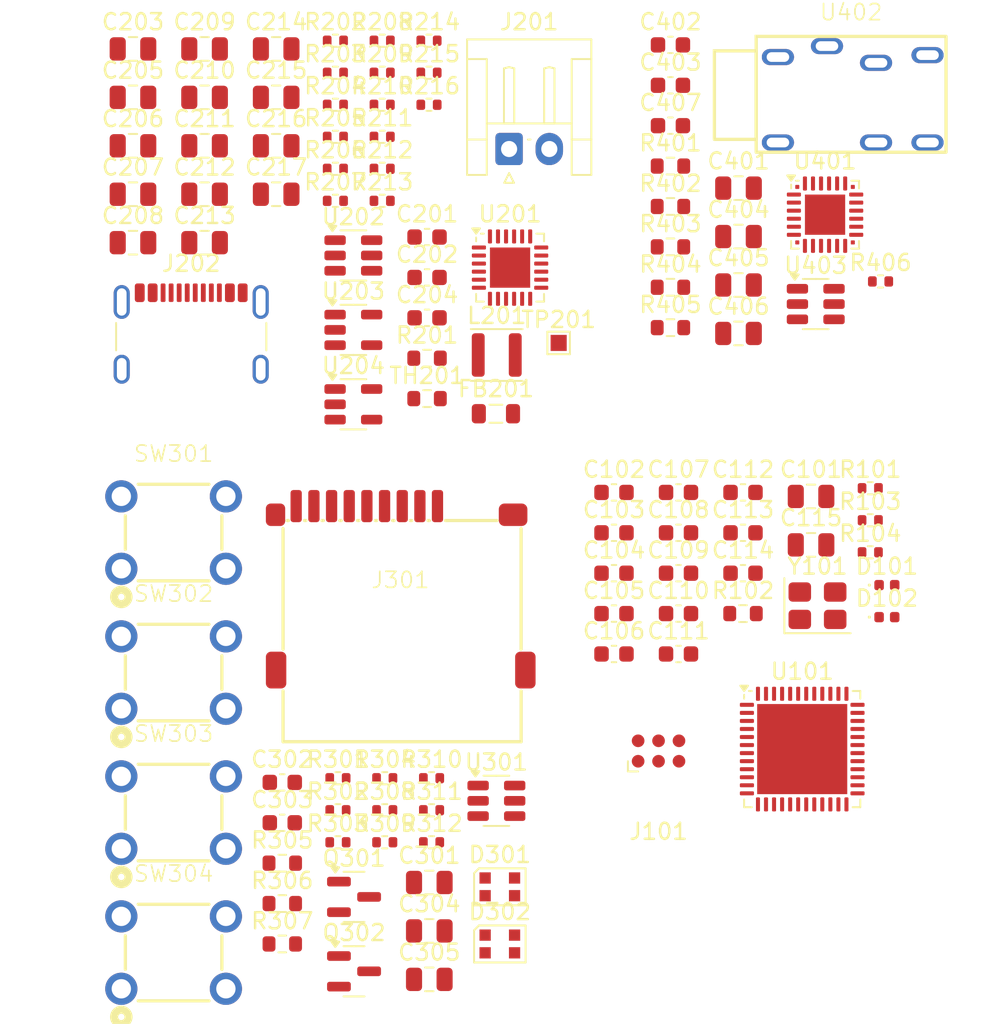
<source format=kicad_pcb>
(kicad_pcb (version 20241229) (generator "pcbnew") (generator_version "9.0")
  (layers (0 "F.Cu" signal) (4 "In1.Cu" power) (6 "In2.Cu" power) (2 "B.Cu" signal) (13 "F.Paste" user) (15 "B.Paste" user) (5 "F.SilkS" user "F.Silkscreen") (7 "B.SilkS" user "B.Silkscreen") (1 "F.Mask" user) (3 "B.Mask" user) (25 "Edge.Cuts" user))
  (net 0 "")
  (net 1 "+3.3V")
  (net 2 "GND")
  (net 3 "/MCU/NRST")
  (net 4 "BUTTON_1")
  (net 5 "BUTTON_2")
  (net 6 "BUTTON_3")
  (net 7 "BUTTON_4")
  (net 8 "BAT_CHARGE")
  (net 9 "/MCU/HSE_IN")
  (net 10 "/MCU/HSE_OUT_RES")
  (net 11 "/MCU/MCU_VCAP1")
  (net 12 "+VUSB")
  (net 13 "+VUSB_FILT")
  (net 14 "/Power/BAT_SW")
  (net 15 "/Power/BAT_BTST")
  (net 16 "+VSYS")
  (net 17 "/Power/BAT_PMID")
  (net 18 "/Power/BAT_BAT")
  (net 19 "/Power/BAT_REGN")
  (net 20 "+VSYS_FILT")
  (net 21 "+3.3VA")
  (net 22 "SD_CARD_NCD")
  (net 23 "+VSYS_LED")
  (net 24 "/DAC/DAC_VREF")
  (net 25 "/DAC/DAC_DREG")
  (net 26 "Net-(D101-A)")
  (net 27 "Net-(D102-A)")
  (net 28 "/Peripherals/RGB1_RGB2")
  (net 29 "LEDS_TIM2_PWM")
  (net 31 "/MCU/SWD_SWO")
  (net 32 "/MCU/SWD_SWCLK")
  (net 33 "/MCU/SWD_SWDIO")
  (net 35 "/Power/USB_CON_D+")
  (net 36 "/Power/USB_CON_D-")
  (net 37 "/Power/USB_CON_CC1")
  (net 38 "/Power/USB_CON_CC2")
  (net 40 "/Peripherals/SD_CARD_SCK_PIN")
  (net 41 "/Peripherals/SD_CARD_MOSI_PIN")
  (net 43 "SD_CARD_NCS")
  (net 44 "/Peripherals/SD_CARD_MISO_PIN")
  (net 46 "Net-(Q301-G)")
  (net 47 "LEDS_PWR_EN")
  (net 48 "/MCU/BOOT")
  (net 49 "/MCU/HSE_OUT")
  (net 50 "/MCU/BAT_STATUS")
  (net 51 "/MCU/BAT_CHARGING_STATUS")
  (net 52 "/Power/BAT_OTG")
  (net 53 "/Power/BAT_PSEL")
  (net 54 "/Power/BAT_TS")
  (net 55 "/Power/BAT_ILIM")
  (net 56 "BAT_NPG")
  (net 57 "BAT_STAT")
  (net 58 "BAT_SDA")
  (net 59 "BAT_SCL")
  (net 60 "BAT_INT")
  (net 61 "BAT_NCE")
  (net 62 "SD_CARD_MOSI")
  (net 63 "SD_CARD_SCK")
  (net 64 "SD_CARD_MISO")
  (net 65 "/DAC/DAC_PIN_L")
  (net 66 "/DAC/DAC_AUDIO_LEFT")
  (net 67 "/DAC/DAC_AUDIO_RIGHT")
  (net 68 "/DAC/DAC_PIN_R")
  (net 69 "DAC_DIN")
  (net 70 "/DAC/DAC_DIN_PIN")
  (net 71 "DAC_BCLK")
  (net 72 "/DAC/DAC_BCLK_PIN")
  (net 73 "DAC_FSYNC")
  (net 74 "/DAC/DAC_FSYNC_PIN")
  (net 75 "AUDIO_JACK_DET")
  (net 77 "DAC_GPO")
  (net 81 "USB_MCU_D-")
  (net 82 "USB_MCU_D+")
  (footprint "Package_DFN_QFN:VQFN-24-1EP_4x4mm_P0.5mm_EP2.5x2.5mm" (layer "F.Cu") (at 131.8525 79.98)
    (property "Reference" "U201" (at 0 -3.33 0) (layer "F.SilkS"))
    (property "Value" "BQ24259")
    (pad "1" smd roundrect (at -1.9375 -1.25) (size 0.875 0.25) (layers "F.Cu" "F.Mask" "F.Paste") (net 13 "+VUSB_FILT"))
    (pad "2" smd roundrect (at -1.9375 -0.75) (size 0.875 0.25) (layers "F.Cu" "F.Mask" "F.Paste") (net 53 "/Power/BAT_PSEL"))
    (pad "3" smd roundrect (at -1.9375 -0.25) (size 0.875 0.25) (layers "F.Cu" "F.Mask" "F.Paste") (net 56 "BAT_NPG"))
    (pad "4" smd roundrect (at -1.9375 0.25) (size 0.875 0.25) (layers "F.Cu" "F.Mask" "F.Paste") (net 57 "BAT_STAT"))
    (pad "5" smd roundrect (at -1.9375 0.75) (size 0.875 0.25) (layers "F.Cu" "F.Mask" "F.Paste") (net 59 "BAT_SCL"))
    (pad "6" smd roundrect (at -1.9375 1.25) (size 0.875 0.25) (layers "F.Cu" "F.Mask" "F.Paste") (net 58 "BAT_SDA"))
    (pad "7" smd roundrect (at -1.25 1.9375) (size 0.25 0.875) (layers "F.Cu" "F.Mask" "F.Paste") (net 60 "BAT_INT"))
    (pad "8" smd roundrect (at -0.75 1.9375) (size 0.25 0.875) (layers "F.Cu" "F.Mask" "F.Paste") (net 52 "/Power/BAT_OTG"))
    (pad "9" smd roundrect (at -0.25 1.9375) (size 0.25 0.875) (layers "F.Cu" "F.Mask" "F.Paste") (net 61 "BAT_NCE"))
    (pad "10" smd roundrect (at 0.25 1.9375) (size 0.25 0.875) (layers "F.Cu" "F.Mask" "F.Paste") (net 55 "/Power/BAT_ILIM"))
    (pad "11" smd roundrect (at 0.75 1.9375) (size 0.25 0.875) (layers "F.Cu" "F.Mask" "F.Paste") (net 54 "/Power/BAT_TS"))
    (pad "12" smd roundrect (at 1.25 1.9375) (size 0.25 0.875) (layers "F.Cu" "F.Mask" "F.Paste"))
    (pad "13" smd roundrect (at 1.9375 1.25) (size 0.875 0.25) (layers "F.Cu" "F.Mask" "F.Paste") (net 18 "/Power/BAT_BAT"))
    (pad "14" smd roundrect (at 1.9375 0.75) (size 0.875 0.25) (layers "F.Cu" "F.Mask" "F.Paste") (net 18 "/Power/BAT_BAT"))
    (pad "15" smd roundrect (at 1.9375 0.25) (size 0.875 0.25) (layers "F.Cu" "F.Mask" "F.Paste") (net 16 "+VSYS"))
    (pad "16" smd roundrect (at 1.9375 -0.25) (size 0.875 0.25) (layers "F.Cu" "F.Mask" "F.Paste") (net 16 "+VSYS"))
    (pad "17" smd roundrect (at 1.9375 -0.75) (size 0.875 0.25) (layers "F.Cu" "F.Mask" "F.Paste") (net 2 "GND"))
    (pad "18" smd roundrect (at 1.9375 -1.25) (size 0.875 0.25) (layers "F.Cu" "F.Mask" "F.Paste") (net 2 "GND"))
    (pad "19" smd roundrect (at 1.25 -1.9375) (size 0.25 0.875) (layers "F.Cu" "F.Mask" "F.Paste") (net 14 "/Power/BAT_SW"))
    (pad "20" smd roundrect (at 0.75 -1.9375) (size 0.25 0.875) (layers "F.Cu" "F.Mask" "F.Paste") (net 14 "/Power/BAT_SW"))
    (pad "21" smd roundrect (at 0.25 -1.9375) (size 0.25 0.875) (layers "F.Cu" "F.Mask" "F.Paste") (net 15 "/Power/BAT_BTST"))
    (pad "22" smd roundrect (at -0.25 -1.9375) (size 0.25 0.875) (layers "F.Cu" "F.Mask" "F.Paste") (net 19 "/Power/BAT_REGN"))
    (pad "23" smd roundrect (at -0.75 -1.9375) (size 0.25 0.875) (layers "F.Cu" "F.Mask" "F.Paste") (net 17 "/Power/BAT_PMID"))
    (pad "24" smd roundrect (at -1.25 -1.9375) (size 0.25 0.875) (layers "F.Cu" "F.Mask" "F.Paste") (net 13 "+VUSB_FILT"))
    (pad "25" smd rect (at 0 0) (size 2.5 2.5) (property pad_prop_heatsink) (layers "F.Cu" "F.Mask") (net 2 "GND"))
  )
  (footprint "Package_TO_SOT_SMD:SOT-23" (layer "F.Cu") (at 122.1525 119.085)
    (property "Reference" "Q301" (at 0 -2.4 0) (layer "F.SilkS"))
    (property "Value" "AO3401A")
    (pad "1" smd roundrect (at -0.9375 -0.95) (size 1.475 0.6) (layers "F.Cu" "F.Mask" "F.Paste") (net 46 "Net-(Q301-G)"))
    (pad "2" smd roundrect (at -0.9375 0.95) (size 1.475 0.6) (layers "F.Cu" "F.Mask" "F.Paste") (net 23 "+VSYS_LED"))
    (pad "3" smd roundrect (at 0.9375 0) (size 1.475 0.6) (layers "F.Cu" "F.Mask" "F.Paste") (net 16 "+VSYS"))
  )
  (footprint "Resistor_SMD:R_0402_1005Metric" (layer "F.Cu") (at 123.9025 67.87)
    (property "Reference" "R209" (at 0 -1.17 0) (layer "F.SilkS"))
    (property "Value" "56k")
    (pad "1" smd roundrect (at -0.51 0) (size 0.54 0.64) (layers "F.Cu" "F.Mask" "F.Paste") (net 1 "+3.3V"))
    (pad "2" smd roundrect (at 0.51 0) (size 0.54 0.64) (layers "F.Cu" "F.Mask" "F.Paste") (net 56 "BAT_NPG"))
  )
  (footprint "Capacitor_SMD:C_0603_1608Metric" (layer "F.Cu") (at 146.3325 93.95)
    (property "Reference" "C112" (at 0 -1.43 0) (layer "F.SilkS"))
    (property "Value" "100n")
    (pad "1" smd roundrect (at -0.775 0) (size 0.9 0.95) (layers "F.Cu" "F.Mask" "F.Paste") (net 8 "BAT_CHARGE"))
    (pad "2" smd roundrect (at 0.775 0) (size 0.9 0.95) (layers "F.Cu" "F.Mask" "F.Paste") (net 2 "GND"))
  )
  (footprint "Resistor_SMD:R_0402_1005Metric" (layer "F.Cu") (at 124.0625 113.7)
    (property "Reference" "R308" (at 0 -1.17 0) (layer "F.SilkS"))
    (property "Value" "56k")
    (pad "1" smd roundrect (at -0.51 0) (size 0.54 0.64) (layers "F.Cu" "F.Mask" "F.Paste") (net 1 "+3.3V"))
    (pad "2" smd roundrect (at 0.51 0) (size 0.54 0.64) (layers "F.Cu" "F.Mask" "F.Paste") (net 6 "BUTTON_3"))
  )
  (footprint "Package_TO_SOT_SMD:SOT-23-5" (layer "F.Cu") (at 122.1125 83.85)
    (property "Reference" "U203" (at 0 -2.4 0) (layer "F.SilkS"))
    (property "Value" "TPS7A2033PDBVR")
    (pad "1" smd roundrect (at -1.1375 -0.95) (size 1.325 0.6) (layers "F.Cu" "F.Mask" "F.Paste") (net 20 "+VSYS_FILT"))
    (pad "2" smd roundrect (at -1.1375 0) (size 1.325 0.6) (layers "F.Cu" "F.Mask" "F.Paste") (net 2 "GND"))
    (pad "3" smd roundrect (at -1.1375 0.95) (size 1.325 0.6) (layers "F.Cu" "F.Mask" "F.Paste") (net 20 "+VSYS_FILT"))
    (pad "4" smd roundrect (at 1.1375 0.95) (size 1.325 0.6) (layers "F.Cu" "F.Mask" "F.Paste"))
    (pad "5" smd roundrect (at 1.1375 -0.95) (size 1.325 0.6) (layers "F.Cu" "F.Mask" "F.Paste") (net 21 "+3.3VA"))
  )
  (footprint "Resistor_SMD:R_0603_1608Metric" (layer "F.Cu") (at 141.8225 73.67)
    (property "Reference" "R401" (at 0 -1.43 0) (layer "F.SilkS"))
    (property "Value" "0R")
    (pad "1" smd roundrect (at -0.825 0) (size 0.8 0.95) (layers "F.Cu" "F.Mask" "F.Paste") (net 65 "/DAC/DAC_PIN_L"))
    (pad "2" smd roundrect (at 0.825 0) (size 0.8 0.95) (layers "F.Cu" "F.Mask" "F.Paste") (net 66 "/DAC/DAC_AUDIO_LEFT"))
  )
  (footprint "Resistor_SMD:R_0603_1608Metric" (layer "F.Cu") (at 141.8225 76.18)
    (property "Reference" "R402" (at 0 -1.43 0) (layer "F.SilkS"))
    (property "Value" "0R")
    (pad "1" smd roundrect (at -0.825 0) (size 0.8 0.95) (layers "F.Cu" "F.Mask" "F.Paste") (net 68 "/DAC/DAC_PIN_R"))
    (pad "2" smd roundrect (at 0.825 0) (size 0.8 0.95) (layers "F.Cu" "F.Mask" "F.Paste") (net 67 "/DAC/DAC_AUDIO_RIGHT"))
  )
  (footprint "Capacitor_SMD:C_0603_1608Metric" (layer "F.Cu") (at 117.6925 111.97)
    (property "Reference" "C302" (at 0 -1.43 0) (layer "F.SilkS"))
    (property "Value" "100n")
    (pad "1" smd roundrect (at -0.775 0) (size 0.9 0.95) (layers "F.Cu" "F.Mask" "F.Paste") (net 1 "+3.3V"))
    (pad "2" smd roundrect (at 0.775 0) (size 0.9 0.95) (layers "F.Cu" "F.Mask" "F.Paste") (net 2 "GND"))
  )
  (footprint "Capacitor_SMD:C_0805_2012Metric" (layer "F.Cu") (at 117.3125 66.39)
    (property "Reference" "C214" (at 0 -1.68 0) (layer "F.SilkS"))
    (property "Value" "10u")
    (pad "1" smd roundrect (at -0.95 0) (size 1 1.45) (layers "F.Cu" "F.Mask" "F.Paste") (net 20 "+VSYS_FILT"))
    (pad "2" smd roundrect (at 0.95 0) (size 1 1.45) (layers "F.Cu" "F.Mask" "F.Paste") (net 2 "GND"))
  )
  (footprint "Resistor_SMD:R_0603_1608Metric" (layer "F.Cu") (at 126.6925 85.61)
    (property "Reference" "R201" (at 0 -1.43 0) (layer "F.SilkS"))
    (property "Value" "0R")
    (pad "1" smd roundrect (at -0.825 0) (size 0.8 0.95) (layers "F.Cu" "F.Mask" "F.Paste") (net 12 "+VUSB"))
    (pad "2" smd roundrect (at 0.825 0) (size 0.8 0.95) (layers "F.Cu" "F.Mask" "F.Paste") (net 13 "+VUSB_FILT"))
  )
  (footprint "Capacitor_SMD:C_0603_1608Metric" (layer "F.Cu") (at 142.3225 98.97)
    (property "Reference" "C109" (at 0 -1.43 0) (layer "F.SilkS"))
    (property "Value" "100n")
    (pad "1" smd roundrect (at -0.775 0) (size 0.9 0.95) (layers "F.Cu" "F.Mask" "F.Paste") (net 5 "BUTTON_2"))
    (pad "2" smd roundrect (at 0.775 0) (size 0.9 0.95) (layers "F.Cu" "F.Mask" "F.Paste") (net 2 "GND"))
  )
  (footprint "Capacitor_SMD:C_0603_1608Metric" (layer "F.Cu") (at 138.3125 101.48)
    (property "Reference" "C105" (at 0 -1.43 0) (layer "F.SilkS"))
    (property "Value" "100n")
    (pad "1" smd roundrect (at -0.775 0) (size 0.9 0.95) (layers "F.Cu" "F.Mask" "F.Paste") (net 1 "+3.3V"))
    (pad "2" smd roundrect (at 0.775 0) (size 0.9 0.95) (layers "F.Cu" "F.Mask" "F.Paste") (net 2 "GND"))
  )
  (footprint "Capacitor_SMD:C_0603_1608Metric" (layer "F.Cu") (at 142.3225 103.99)
    (property "Reference" "C111" (at 0 -1.43 0) (layer "F.SilkS"))
    (property "Value" "100n")
    (pad "1" smd roundrect (at -0.775 0) (size 0.9 0.95) (layers "F.Cu" "F.Mask" "F.Paste") (net 7 "BUTTON_4"))
    (pad "2" smd roundrect (at 0.775 0) (size 0.9 0.95) (layers "F.Cu" "F.Mask" "F.Paste") (net 2 "GND"))
  )
  (footprint "Capacitor_SMD:C_0805_2012Metric" (layer "F.Cu") (at 112.8625 66.39)
    (property "Reference" "C209" (at 0 -1.68 0) (layer "F.SilkS"))
    (property "Value" "10u")
    (pad "1" smd roundrect (at -0.95 0) (size 1 1.45) (layers "F.Cu" "F.Mask" "F.Paste") (net 17 "/Power/BAT_PMID"))
    (pad "2" smd roundrect (at 0.95 0) (size 1 1.45) (layers "F.Cu" "F.Mask" "F.Paste") (net 2 "GND"))
  )
  (footprint "Resistor_SMD:R_0402_1005Metric" (layer "F.Cu") (at 123.9025 65.88)
    (property "Reference" "R208" (at 0 -1.17 0) (layer "F.SilkS"))
    (property "Value" "317R")
    (pad "1" smd roundrect (at -0.51 0) (size 0.54 0.64) (layers "F.Cu" "F.Mask" "F.Paste") (net 55 "/Power/BAT_ILIM"))
    (pad "2" smd roundrect (at 0.51 0) (size 0.54 0.64) (layers "F.Cu" "F.Mask" "F.Paste") (net 2 "GND"))
  )
  (footprint "Resistor_SMD:R_0402_1005Metric" (layer "F.Cu") (at 121.1525 115.69)
    (property "Reference" "R303" (at 0 -1.17 0) (layer "F.SilkS"))
    (property "Value" "56k")
    (pad "1" smd roundrect (at -0.51 0) (size 0.54 0.64) (layers "F.Cu" "F.Mask" "F.Paste") (net 1 "+3.3V"))
    (pad "2" smd roundrect (at 0.51 0) (size 0.54 0.64) (layers "F.Cu" "F.Mask" "F.Paste") (net 4 "BUTTON_1"))
  )
  (footprint "Resistor_SMD:R_0603_1608Metric" (layer "F.Cu") (at 141.8225 83.71)
    (property "Reference" "R405" (at 0 -1.43 0) (layer "F.SilkS"))
    (property "Value" "0R")
    (pad "1" smd roundrect (at -0.825 0) (size 0.8 0.95) (layers "F.Cu" "F.Mask" "F.Paste") (net 73 "DAC_FSYNC"))
    (pad "2" smd roundrect (at 0.825 0) (size 0.8 0.95) (layers "F.Cu" "F.Mask" "F.Paste") (net 74 "/DAC/DAC_FSYNC_PIN"))
  )
  (footprint "Capacitor_SMD:C_0805_2012Metric" (layer "F.Cu") (at 150.5625 97.21)
    (property "Reference" "C115" (at 0 -1.68 0) (layer "F.SilkS"))
    (property "Value" "4.7u")
    (pad "1" smd roundrect (at -0.95 0) (size 1 1.45) (layers "F.Cu" "F.Mask" "F.Paste") (net 11 "/MCU/MCU_VCAP1"))
    (pad "2" smd roundrect (at 0.95 0) (size 1 1.45) (layers "F.Cu" "F.Mask" "F.Paste") (net 2 "GND"))
  )
  (footprint "Resistor_SMD:R_0402_1005Metric" (layer "F.Cu") (at 154.2425 95.68)
    (property "Reference" "R103" (at 0 -1.17 0) (layer "F.SilkS"))
    (property "Value" "R")
    (pad "1" smd roundrect (at -0.51 0) (size 0.54 0.64) (layers "F.Cu" "F.Mask" "F.Paste") (net 50 "/MCU/BAT_STATUS"))
    (pad "2" smd roundrect (at 0.51 0) (size 0.54 0.64) (layers "F.Cu" "F.Mask" "F.Paste") (net 26 "Net-(D101-A)"))
  )
  (footprint "LED_SMD:LED_0402_1005Metric" (layer "F.Cu") (at 155.2775 99.71)
    (property "Reference" "D101" (at 0 -1.17 0) (layer "F.SilkS"))
    (property "Value" "GREEN")
    (pad "1" smd roundrect (at -0.485 0) (size 0.59 0.64) (layers "F.Cu" "F.Mask" "F.Paste") (net 2 "GND"))
    (pad "2" smd roundrect (at 0.485 0) (size 0.59 0.64) (layers "F.Cu" "F.Mask" "F.Paste") (net 26 "Net-(D101-A)"))
  )
  (footprint "Capacitor_SMD:C_0603_1608Metric" (layer "F.Cu") (at 138.3125 96.46)
    (property "Reference" "C103" (at 0 -1.43 0) (layer "F.SilkS"))
    (property "Value" "100n")
    (pad "1" smd roundrect (at -0.775 0) (size 0.9 0.95) (layers "F.Cu" "F.Mask" "F.Paste") (net 1 "+3.3V"))
    (pad "2" smd roundrect (at 0.775 0) (size 0.9 0.95) (layers "F.Cu" "F.Mask" "F.Paste") (net 2 "GND"))
  )
  (footprint "Capacitor_SMD:C_0805_2012Metric" (layer "F.Cu") (at 126.8325 121.2)
    (property "Reference" "C304" (at 0 -1.68 0) (layer "F.SilkS"))
    (property "Value" "10u")
    (pad "1" smd roundrect (at -0.95 0) (size 1 1.45) (layers "F.Cu" "F.Mask" "F.Paste") (net 23 "+VSYS_LED"))
    (pad "2" smd roundrect (at 0.95 0) (size 1 1.45) (layers "F.Cu" "F.Mask" "F.Paste") (net 2 "GND"))
  )
  (footprint "Capacitor_SMD:C_0603_1608Metric" (layer "F.Cu") (at 142.3225 93.95)
    (property "Reference" "C107" (at 0 -1.43 0) (layer "F.SilkS"))
    (property "Value" "100n")
    (pad "1" smd roundrect (at -0.775 0) (size 0.9 0.95) (layers "F.Cu" "F.Mask" "F.Paste") (net 3 "/MCU/NRST"))
    (pad "2" smd roundrect (at 0.775 0) (size 0.9 0.95) (layers "F.Cu" "F.Mask" "F.Paste") (net 2 "GND"))
  )
  (footprint "Capacitor_SMD:C_0805_2012Metric" (layer "F.Cu") (at 117.3125 75.42)
    (property "Reference" "C217" (at 0 -1.68 0) (layer "F.SilkS"))
    (property "Value" "10u")
    (pad "1" smd roundrect (at -0.95 0) (size 1 1.45) (layers "F.Cu" "F.Mask" "F.Paste") (net 1 "+3.3V"))
    (pad "2" smd roundrect (at 0.95 0) (size 1 1.45) (layers "F.Cu" "F.Mask" "F.Paste") (net 2 "GND"))
  )
  (footprint "Capacitor_SMD:C_0603_1608Metric" (layer "F.Cu") (at 146.3325 98.97)
    (property "Reference" "C114" (at 0 -1.43 0) (layer "F.SilkS"))
    (property "Value" "C")
    (pad "1" smd roundrect (at -0.775 0) (size 0.9 0.95) (layers "F.Cu" "F.Mask" "F.Paste") (net 10 "/MCU/HSE_OUT_RES"))
    (pad "2" smd roundrect (at 0.775 0) (size 0.9 0.95) (layers "F.Cu" "F.Mask" "F.Paste") (net 2 "GND"))
  )
  (footprint "Capacitor_SMD:C_0805_2012Metric" (layer "F.Cu") (at 146.0525 84.07)
    (property "Reference" "C406" (at 0 -1.68 0) (layer "F.SilkS"))
    (property "Value" "10u")
    (pad "1" smd roundrect (at -0.95 0) (size 1 1.45) (layers "F.Cu" "F.Mask" "F.Paste") (net 25 "/DAC/DAC_DREG"))
    (pad "2" smd roundrect (at 0.95 0) (size 1 1.45) (layers "F.Cu" "F.Mask" "F.Paste") (net 2 "GND"))
  )
  (footprint "Capacitor_SMD:C_0603_1608Metric" (layer "F.Cu") (at 138.3125 98.97)
    (property "Reference" "C104" (at 0 -1.43 0) (layer "F.SilkS"))
    (property "Value" "100n")
    (pad "1" smd roundrect (at -0.775 0) (size 0.9 0.95) (layers "F.Cu" "F.Mask" "F.Paste") (net 1 "+3.3V"))
    (pad "2" smd roundrect (at 0.775 0) (size 0.9 0.95) (layers "F.Cu" "F.Mask" "F.Paste") (net 2 "GND"))
  )
  (footprint "Capacitor_SMD:C_0805_2012Metric" (layer "F.Cu") (at 117.3125 69.4)
    (property "Reference" "C215" (at 0 -1.68 0) (layer "F.SilkS"))
    (property "Value" "10u")
    (pad "1" smd roundrect (at -0.95 0) (size 1 1.45) (layers "F.Cu" "F.Mask" "F.Paste") (net 21 "+3.3VA"))
    (pad "2" smd roundrect (at 0.95 0) (size 1 1.45) (layers "F.Cu" "F.Mask" "F.Paste") (net 2 "GND"))
  )
  (footprint "Resistor_SMD:R_0402_1005Metric" (layer "F.Cu") (at 120.9925 67.87)
    (property "Reference" "R203" (at 0 -1.17 0) (layer "F.SilkS"))
    (property "Value" "220k")
    (pad "1" smd roundrect (at -0.51 0) (size 0.54 0.64) (layers "F.Cu" "F.Mask" "F.Paste") (net 13 "+VUSB_FILT"))
    (pad "2" smd roundrect (at 0.51 0) (size 0.54 0.64) (layers "F.Cu" "F.Mask" "F.Paste") (net 52 "/Power/BAT_OTG"))
  )
  (footprint "MP3-Player_Footprint_Libraries:1-1825910-4" (layer "F.Cu") (at 110.9375 122.545)
    (property "Reference" "SW304" (at 0 -4.9 0) (layer "F.SilkS") (effects (font (thickness 0.1))))
    (property "Value" "1-1825910-4")
    (pad "1" thru_hole circle (at -3.25 2.25) (size 2 2) (drill 1.2) (layers "*.Cu" "*.Mask") (net 7 "BUTTON_4"))
    (pad "2" thru_hole circle (at 3.25 2.25) (size 2 2) (drill 1.2) (layers "*.Cu" "*.Mask") (net 7 "BUTTON_4"))
    (pad "3" thru_hole circle (at 3.25 -2.25) (size 2 2) (drill 1.2) (layers "*.Cu" "*.Mask") (net 2 "GND"))
    (pad "4" thru_hole circle (at -3.25 -2.25) (size 2 2) (drill 1.2) (layers "*.Cu" "*.Mask") (net 2 "GND"))
  )
  (footprint "Inductor_SMD:L_Sunlord_SWPA3015S" (layer "F.Cu") (at 131.0225 85.41)
    (property "Reference" "L201" (at 0 -2.45 0) (layer "F.SilkS"))
    (property "Value" "1u")
    (pad "1" smd roundrect (at -1.15 0) (size 0.8 2.7) (layers "F.Cu" "F.Mask" "F.Paste") (net 14 "/Power/BAT_SW"))
    (pad "2" smd roundrect (at 1.15 0) (size 0.8 2.7) (layers "F.Cu" "F.Mask" "F.Paste") (net 16 "+VSYS"))
  )
  (footprint "Resistor_SMD:R_0402_1005Metric" (layer "F.Cu") (at 126.9725 111.71)
    (property "Reference" "R310" (at 0 -1.17 0) (layer "F.SilkS"))
    (property "Value" "56k")
    (pad "1" smd roundrect (at -0.51 0) (size 0.54 0.64) (layers "F.Cu" "F.Mask" "F.Paste") (net 1 "+3.3V"))
    (pad "2" smd roundrect (at 0.51 0) (size 0.54 0.64) (layers "F.Cu" "F.Mask" "F.Paste") (net 22 "SD_CARD_NCD"))
  )
  (footprint "Capacitor_SMD:C_0603_1608Metric" (layer "F.Cu") (at 141.8225 71.16)
    (property "Reference" "C407" (at 0 -1.43 0) (layer "F.SilkS"))
    (property "Value" "100n")
    (pad "1" smd roundrect (at -0.775 0) (size 0.9 0.95) (layers "F.Cu" "F.Mask" "F.Paste") (net 25 "/DAC/DAC_DREG"))
    (pad "2" smd roundrect (at 0.775 0) (size 0.9 0.95) (layers "F.Cu" "F.Mask" "F.Paste") (net 2 "GND"))
  )
  (footprint "Resistor_SMD:R_0402_1005Metric" (layer "F.Cu") (at 123.9025 69.86)
    (property "Reference" "R210" (at 0 -1.17 0) (layer "F.SilkS"))
    (property "Value" "56k")
    (pad "1" smd roundrect (at -0.51 0) (size 0.54 0.64) (layers "F.Cu" "F.Mask" "F.Paste") (net 1 "+3.3V"))
    (pad "2" smd roundrect (at 0.51 0) (size 0.54 0.64) (layers "F.Cu" "F.Mask" "F.Paste") (net 57 "BAT_STAT"))
  )
  (footprint "Resistor_SMD:R_0603_1608Metric" (layer "F.Cu") (at 117.6925 119.5)
    (property "Reference" "R306" (at 0 -1.43 0) (layer "F.SilkS"))
    (property "Value" "0R")
    (pad "1" smd roundrect (at -0.825 0) (size 0.8 0.95) (layers "F.Cu" "F.Mask" "F.Paste") (net 63 "SD_CARD_SCK"))
    (pad "2" smd roundrect (at 0.825 0) (size 0.8 0.95) (layers "F.Cu" "F.Mask" "F.Paste") (net 40 "/Peripherals/SD_CARD_SCK_PIN"))
  )
  (footprint "Resistor_SMD:R_0402_1005Metric" (layer "F.Cu") (at 120.9925 69.86)
    (property "Reference" "R204" (at 0 -1.17 0) (layer "F.SilkS"))
    (property "Value" "220k")
    (pad "1" smd roundrect (at -0.51 0) (size 0.54 0.64) (layers "F.Cu" "F.Mask" "F.Paste") (net 13 "+VUSB_FILT"))
    (pad "2" smd roundrect (at 0.51 0) (size 0.54 0.64) (layers "F.Cu" "F.Mask" "F.Paste") (net 53 "/Power/BAT_PSEL"))
  )
  (footprint "LED_SMD:LED_0402_1005Metric" (layer "F.Cu") (at 155.2775 101.7)
    (property "Reference" "D102" (at 0 -1.17 0) (layer "F.SilkS"))
    (property "Value" "BLUE")
    (pad "1" smd roundrect (at -0.485 0) (size 0.59 0.64) (layers "F.Cu" "F.Mask" "F.Paste") (net 2 "GND"))
    (pad "2" smd roundrect (at 0.485 0) (size 0.59 0.64) (layers "F.Cu" "F.Mask" "F.Paste") (net 27 "Net-(D102-A)"))
  )
  (footprint "Capacitor_SMD:C_0805_2012Metric" (layer "F.Cu") (at 150.5625 94.2)
    (property "Reference" "C101" (at 0 -1.68 0) (layer "F.SilkS"))
    (property "Value" "4.7u")
    (pad "1" smd roundrect (at -0.95 0) (size 1 1.45) (layers "F.Cu" "F.Mask" "F.Paste") (net 1 "+3.3V"))
    (pad "2" smd roundrect (at 0.95 0) (size 1 1.45) (layers "F.Cu" "F.Mask" "F.Paste") (net 2 "GND"))
  )
  (footprint "Resistor_SMD:R_0402_1005Metric" (layer "F.Cu") (at 126.9725 113.7)
    (property "Reference" "R311" (at 0 -1.17 0) (layer "F.SilkS"))
    (property "Value" "56k")
    (pad "1" smd roundrect (at -0.51 0) (size 0.54 0.64) (layers "F.Cu" "F.Mask" "F.Paste") (net 16 "+VSYS"))
    (pad "2" smd roundrect (at 0.51 0) (size 0.54 0.64) (layers "F.Cu" "F.Mask" "F.Paste") (net 46 "Net-(Q301-G)"))
  )
  (footprint "Package_DFN_QFN:QFN-48-1EP_7x7mm_P0.5mm_EP5.6x5.6mm" (layer "F.Cu") (at 150.0125 109.9)
    (property "Reference" "U101" (at 0 -4.83 0) (layer "F.SilkS"))
    (property "Value" "STM32F411CEUx")
    (pad "1" smd roundrect (at -3.4375 -2.75) (size 0.875 0.25) (layers "F.Cu" "F.Mask" "F.Paste") (net 1 "+3.3V"))
    (pad "2" smd roundrect (at -3.4375 -2.25) (size 0.875 0.25) (layers "F.Cu" "F.Mask" "F.Paste"))
    (pad "3" smd roundrect (at -3.4375 -1.75) (size 0.875 0.25) (layers "F.Cu" "F.Mask" "F.Paste"))
    (pad "4" smd roundrect (at -3.4375 -1.25) (size 0.875 0.25) (layers "F.Cu" "F.Mask" "F.Paste"))
    (pad "5" smd roundrect (at -3.4375 -0.75) (size 0.875 0.25) (layers "F.Cu" "F.Mask" "F.Paste") (net 9 "/MCU/HSE_IN"))
    (pad "6" smd roundrect (at -3.4375 -0.25) (size 0.875 0.25) (layers "F.Cu" "F.Mask" "F.Paste") (net 49 "/MCU/HSE_OUT"))
    (pad "7" smd roundrect (at -3.4375 0.25) (size 0.875 0.25) (layers "F.Cu" "F.Mask" "F.Paste") (net 3 "/MCU/NRST"))
    (pad "8" smd roundrect (at -3.4375 0.75) (size 0.875 0.25) (layers "F.Cu" "F.Mask" "F.Paste") (net 2 "GND"))
    (pad "9" smd roundrect (at -3.4375 1.25) (size 0.875 0.25) (layers "F.Cu" "F.Mask" "F.Paste") (net 1 "+3.3V"))
    (pad "10" smd roundrect (at -3.4375 1.75) (size 0.875 0.25) (layers "F.Cu" "F.Mask" "F.Paste") (net 29 "LEDS_TIM2_PWM"))
    (pad "11" smd roundrect (at -3.4375 2.25) (size 0.875 0.25) (layers "F.Cu" "F.Mask" "F.Paste") (net 47 "LEDS_PWR_EN"))
    (pad "12" smd roundrect (at -3.4375 2.75) (size 0.875 0.25) (layers "F.Cu" "F.Mask" "F.Paste") (net 4 "BUTTON_1"))
    (pad "13" smd roundrect (at -2.75 3.4375) (size 0.25 0.875) (layers "F.Cu" "F.Mask" "F.Paste") (net 5 "BUTTON_2"))
    (pad "14" smd roundrect (at -2.25 3.4375) (size 0.25 0.875) (layers "F.Cu" "F.Mask" "F.Paste") (net 73 "DAC_FSYNC"))
    (pad "15" smd roundrect (at -1.75 3.4375) (size 0.25 0.875) (layers "F.Cu" "F.Mask" "F.Paste") (net 71 "DAC_BCLK"))
    (pad "16" smd roundrect (at -1.25 3.4375) (size 0.25 0.875) (layers "F.Cu" "F.Mask" "F.Paste") (net 77 "DAC_GPO"))
    (pad "17" smd roundrect (at -0.75 3.4375) (size 0.25 0.875) (layers "F.Cu" "F.Mask" "F.Paste") (net 69 "DAC_DIN"))
    (pad "18" smd roundrect (at -0.25 3.4375) (size 0.25 0.875) (layers "F.Cu" "F.Mask" "F.Paste") (net 8 "BAT_CHARGE"))
    (pad "19" smd roundrect (at 0.25 3.4375) (size 0.25 0.875) (layers "F.Cu" "F.Mask" "F.Paste") (net 50 "/MCU/BAT_STATUS"))
    (pad "20" smd roundrect (at 0.75 3.4375) (size 0.25 0.875) (layers "F.Cu" "F.Mask" "F.Paste") (net 51 "/MCU/BAT_CHARGING_STATUS"))
    (pad "21" smd roundrect (at 1.25 3.4375) (size 0.25 0.875) (layers "F.Cu" "F.Mask" "F.Paste"))
    (pad "22" smd roundrect (at 1.75 3.4375) (size 0.25 0.875) (layers "F.Cu" "F.Mask" "F.Paste") (net 11 "/MCU/MCU_VCAP1"))
    (pad "23" smd roundrect (at 2.25 3.4375) (size 0.25 0.875) (layers "F.Cu" "F.Mask" "F.Paste") (net 2 "GND"))
    (pad "24" smd roundrect (at 2.75 3.4375) (size 0.25 0.875) (layers "F.Cu" "F.Mask" "F.Paste") (net 1 "+3.3V"))
    (pad "25" smd roundrect (at 3.4375 2.75) (size 0.875 0.25) (layers "F.Cu" "F.Mask" "F.Paste") (net 43 "SD_CARD_NCS"))
    (pad "26" smd roundrect (at 3.4375 2.25) (size 0.875 0.25) (layers "F.Cu" "F.Mask" "F.Paste") (net 63 "SD_CARD_SCK"))
    (pad "27" smd roundrect (at 3.4375 1.75) (size 0.875 0.25) (layers "F.Cu" "F.Mask" "F.Paste") (net 64 "SD_CARD_MISO"))
    (pad "28" smd roundrect (at 3.4375 1.25) (size 0.875 0.25) (layers "F.Cu" "F.Mask" "F.Paste") (net 62 "SD_CARD_MOSI"))
    (pad "29" smd roundrect (at 3.4375 0.75) (size 0.875 0.25) (layers "F.Cu" "F.Mask" "F.Paste") (net 22 "SD_CARD_NCD"))
    (pad "30" smd roundrect (at 3.4375 0.25) (size 0.875 0.25) (layers "F.Cu" "F.Mask" "F.Paste") (net 6 "BUTTON_3"))
    (pad "31" smd roundrect (at 3.4375 -0.25) (size 0.875 0.25) (layers "F.Cu" "F.Mask" "F.Paste") (net 7 "BUTTON_4"))
    (pad "32" smd roundrect (at 3.4375 -0.75) (size 0.875 0.25) (layers "F.Cu" "F.Mask" "F.Paste") (net 81 "USB_MCU_D-"))
    (pad "33" smd roundrect (at 3.4375 -1.25) (size 0.875 0.25) (layers "F.Cu" "F.Mask" "F.Paste") (net 82 "USB_MCU_D+"))
    (pad "34" smd roundrect (at 3.4375 -1.75) (size 0.875 0.25) (layers "F.Cu" "F.Mask" "F.Paste") (net 33 "/MCU/SWD_SWDIO"))
    (pad "35" smd roundrect (at 3.4375 -2.25) (size 0.875 0.25) (layers "F.Cu" "F.Mask" "F.Paste") (net 2 "GND"))
    (pad "36" smd roundrect (at 3.4375 -2.75) (size 0.875 0.25) (layers "F.Cu" "F.Mask" "F.Paste") (net 1 "+3.3V"))
    (pad "37" smd roundrect (at 2.75 -3.4375) (size 0.25 0.875) (layers "F.Cu" "F.Mask" "F.Paste") (net 32 "/MCU/SWD_SWCLK"))
    (pad "38" smd roundrect (at 2.25 -3.4375) (size 0.25 0.875) (layers "F.Cu" "F.Mask" "F.Paste") (net 75 "AUDIO_JACK_DET"))
    (pad "39" smd roundrect (at 1.75 -3.4375) (size 0.25 0.875) (layers "F.Cu" "F.Mask" "F.Paste") (net 31 "/MCU/SWD_SWO"))
    (pad "40" smd roundrect (at 1.25 -3.4375) (size 0.25 0.875) (layers "F.Cu" "F.Mask" "F.Paste") (net 56 "BAT_NPG"))
    (pad "41" smd roundrect (at 0.75 -3.4375) (size 0.25 0.875) (layers "F.Cu" "F.Mask" "F.Paste") (net 57 "BAT_STAT"))
    (pad "42" smd roundrect (at 0.25 -3.4375) (size 0.25 0.875) (layers "F.Cu" "F.Mask" "F.Paste") (net 59 "BAT_SCL"))
    (pad "43" smd roundrect (at -0.25 -3.4375) (size 0.25 0.875) (layers "F.Cu" "F.Mask" "F.Paste") (net 58 "BAT_SDA"))
    (pad "44" smd roundrect (at -0.75 -3.4375) (size 0.25 0.875) (layers "F.Cu" "F.Mask" "F.Paste") (net 48 "/MCU/BOOT"))
    (pad "45" smd roundrect (at -1.25 -3.4375) (size 0.25 0.875) (layers "F.Cu" "F.Mask" "F.Paste") (net 61 "BAT_NCE"))
    (pad "46" smd roundrect (at -1.75 -3.4375) (size 0.25 0.875) (layers "F.Cu" "F.Mask" "F.Paste") (net 60 "BAT_INT"))
    (pad "47" smd roundrect (at -2.25 -3.4375) (size 0.25 0.875) (layers "F.Cu" "F.Mask" "F.Paste") (net 2 "GND"))
    (pad "48" smd roundrect (at -2.75 -3.4375) (size 0.25 0.875) (layers "F.Cu" "F.Mask" "F.Paste") (net 1 "+3.3V"))
    (pad "49" smd rect (at 0 0) (size 5.6 5.6) (property pad_prop_heatsink) (layers "F.Cu" "F.Mask") (net 2 "GND"))
  )
  (footprint "Resistor_SMD:R_0402_1005Metric" (layer "F.Cu") (at 126.8125 69.86)
    (property "Reference" "R216" (at 0 -1.17 0) (layer "F.SilkS"))
    (property "Value" "200k")
    (pad "1" smd roundrect (at -0.51 0) (size 0.54 0.64) (layers "F.Cu" "F.Mask" "F.Paste") (net 8 "BAT_CHARGE"))
    (pad "2" smd roundrect (at 0.51 0) (size 0.54 0.64) (layers "F.Cu" "F.Mask" "F.Paste") (net 2 "GND"))
  )
  (footprint "Capacitor_SMD:C_0805_2012Metric" (layer "F.Cu") (at 112.8625 78.43)
    (property "Reference" "C213" (at 0 -1.68 0) (layer "F.SilkS"))
    (property "Value" "10u")
    (pad "1" smd roundrect (at -0.95 0) (size 1 1.45) (layers "F.Cu" "F.Mask" "F.Paste") (net 20 "+VSYS_FILT"))
    (pad "2" smd roundrect (at 0.95 0) (size 1 1.45) (layers "F.Cu" "F.Mask" "F.Paste") (net 2 "GND"))
  )
  (footprint "Crystal:Crystal_SMD_3225-4Pin_3.2x2.5mm" (layer "F.Cu") (at 150.9625 100.99)
    (property "Reference" "Y101" (at 0 -2.45 0) (layer "F.SilkS"))
    (property "Value" "8MHz")
    (pad "1" smd roundrect (at -1.1 0.85) (size 1.4 1.2) (layers "F.Cu" "F.Mask" "F.Paste") (roundrect_rratio 0.208333) (net 9 "/MCU/HSE_IN"))
    (pad "2" smd roundrect (at 1.1 0.85) (size 1.4 1.2) (layers "F.Cu" "F.Mask" "F.Paste") (roundrect_rratio 0.208333) (net 2 "GND"))
    (pad "3" smd roundrect (at 1.1 -0.85) (size 1.4 1.2) (layers "F.Cu" "F.Mask" "F.Paste") (roundrect_rratio 0.208333) (net 10 "/MCU/HSE_OUT_RES"))
    (pad "4" smd roundrect (at -1.1 -0.85) (size 1.4 1.2) (layers "F.Cu" "F.Mask" "F.Paste") (roundrect_rratio 0.208333) (net 2 "GND"))
  )
  (footprint "Capacitor_SMD:C_0603_1608Metric" (layer "F.Cu") (at 142.3225 101.48)
    (property "Reference" "C110" (at 0 -1.43 0) (layer "F.SilkS"))
    (property "Value" "100n")
    (pad "1" smd roundrect (at -0.775 0) (size 0.9 0.95) (layers "F.Cu" "F.Mask" "F.Paste") (net 6 "BUTTON_3"))
    (pad "2" smd roundrect (at 0.775 0) (size 0.9 0.95) (layers "F.Cu" "F.Mask" "F.Paste") (net 2 "GND"))
  )
  (footprint "Capacitor_SMD:C_0805_2012Metric" (layer "F.Cu") (at 146.0525 75.04)
    (property "Reference" "C401" (at 0 -1.68 0) (layer "F.SilkS"))
    (property "Value" "10u")
    (pad "1" smd roundrect (at -0.95 0) (size 1 1.45) (layers "F.Cu" "F.Mask" "F.Paste") (net 21 "+3.3VA"))
    (pad "2" smd roundrect (at 0.95 0) (size 1 1.45) (layers "F.Cu" "F.Mask" "F.Paste") (net 2 "GND"))
  )
  (footprint "TestPoint:TestPoint_Pad_1.0x1.0mm" (layer "F.Cu") (at 134.8725 84.66)
    (property "Reference" "TP201" (at 0 -1.448 0) (layer "F.SilkS"))
    (property "Value" "TestPoint")
    (pad "1" smd rect (at 0 0) (size 1 1) (layers "F.Cu" "F.Mask") (net 54 "/Power/BAT_TS"))
  )
  (footprint "Capacitor_SMD:C_0805_2012Metric" (layer "F.Cu") (at 108.4125 72.41)
    (property "Reference" "C206" (at 0 -1.68 0) (layer "F.SilkS"))
    (property "Value" "10u")
    (pad "1" smd roundrect (at -0.95 0) (size 1 1.45) (layers "F.Cu" "F.Mask" "F.Paste") (net 16 "+VSYS"))
    (pad "2" smd roundrect (at 0.95 0) (size 1 1.45) (layers "F.Cu" "F.Mask" "F.Paste") (net 2 "GND"))
  )
  (footprint "MP3-Player_Footprint_Libraries:1-1825910-4" (layer "F.Cu") (at 110.9375 105.145)
    (property "Reference" "SW302" (at 0 -4.9 0) (layer "F.SilkS") (effects (font (thickness 0.1))))
    (property "Value" "1-1825910-4")
    (pad "1" thru_hole circle (at -3.25 2.25) (size 2 2) (drill 1.2) (layers "*.Cu" "*.Mask") (net 5 "BUTTON_2"))
    (pad "2" thru_hole circle (at 3.25 2.25) (size 2 2) (drill 1.2) (layers "*.Cu" "*.Mask") (net 5 "BUTTON_2"))
    (pad "3" thru_hole circle (at 3.25 -2.25) (size 2 2) (drill 1.2) (layers "*.Cu" "*.Mask") (net 2 "GND"))
    (pad "4" thru_hole circle (at -3.25 -2.25) (size 2 2) (drill 1.2) (layers "*.Cu" "*.Mask") (net 2 "GND"))
  )
  (footprint "MP3-Player_Footprint_Libraries:TF-015" (layer "F.Cu") (at 125.0375 99.895)
    (property "Reference" "J301" (at 0 -0.5 0) (layer "F.SilkS") (effects (font (thickness 0.1))))
    (property "Value" "Micro_SD_Card_Det1")
    (pad "" np_thru_hole circle (at -4.897 5.507) (size 1 1) (drill 1) (layers "F&B.Cu" "*.Mask"))
    (pad "" np_thru_hole circle (at 3.103 5.504) (size 1 1) (drill 1) (layers "F&B.Cu" "*.Mask"))
    (pad "1" smd roundrect (at 2.303 -5.095) (size 0.7 2) (layers "F.Cu" "F.Mask" "F.Paste"))
    (pad "2" smd roundrect (at 1.21 -5.093) (size 0.7 2) (layers "F.Cu" "F.Mask" "F.Paste") (net 43 "SD_CARD_NCS"))
    (pad "3" smd roundrect (at 0.113 -5.095) (size 0.7 2) (layers "F.Cu" "F.Mask" "F.Paste") (net 41 "/Peripherals/SD_CARD_MOSI_PIN"))
    (pad "4" smd roundrect (at -0.986 -5.095) (size 0.7 2) (layers "F.Cu" "F.Mask" "F.Paste") (net 1 "+3.3V"))
    (pad "5" smd roundrect (at -2.085 -5.095) (size 0.7 2) (layers "F.Cu" "F.Mask" "F.Paste") (net 40 "/Peripherals/SD_CARD_SCK_PIN"))
    (pad "6" smd roundrect (at -3.183 -5.095) (size 0.7 2) (layers "F.Cu" "F.Mask" "F.Paste") (net 2 "GND"))
    (pad "7" smd roundrect (at -4.28 -5.095) (size 0.7 2) (layers "F.Cu" "F.Mask" "F.Paste") (net 44 "/Peripherals/SD_CARD_MISO_PIN"))
    (pad "8" smd roundrect (at -5.378 -5.095) (size 0.7 2) (layers "F.Cu" "F.Mask" "F.Paste"))
    (pad "9" smd roundrect (at -6.482 -5.095) (size 0.7 2) (layers "F.Cu" "F.Mask" "F.Paste") (net 22 "SD_CARD_NCD"))
    (pad "10" smd roundrect (at -7.765 -4.557) (size 1.2 1.397) (layers "F.Cu" "F.Mask" "F.Paste") (net 2 "GND"))
    (pad "11" smd roundrect (at -7.729 5.095) (size 1.27 2.286) (layers "F.Cu" "F.Mask" "F.Paste") (net 2 "GND"))
    (pad "12" smd roundrect (at 7.765 5.095) (size 1.27 2.286) (layers "F.Cu" "F.Mask" "F.Paste") (net 2 "GND"))
    (pad "13" smd roundrect (at 7.003 -4.557) (size 1.778 1.397) (layers "F.Cu" "F.Mask" "F.Paste") (net 2 "GND"))
  )
  (footprint "Capacitor_SMD:C_0805_2012Metric" (layer "F.Cu") (at 112.8625 75.42)
    (property "Reference" "C212" (at 0 -1.68 0) (layer "F.SilkS"))
    (property "Value" "10u")
    (pad "1" smd roundrect (at -0.95 0) (size 1 1.45) (layers "F.Cu" "F.Mask" "F.Paste") (net 16 "+VSYS"))
    (pad "2" smd roundrect (at 0.95 0) (size 1 1.45) (layers "F.Cu" "F.Mask" "F.Paste") (net 2 "GND"))
  )
  (footprint "Package_TO_SOT_SMD:SOT-23-5" (layer "F.Cu") (at 122.1125 88.475)
    (property "Reference" "U204" (at 0 -2.4 0) (layer "F.SilkS"))
    (property "Value" "TPS7A2033PDBVR")
    (pad "1" smd roundrect (at -1.1375 -0.95) (size 1.325 0.6) (layers "F.Cu" "F.Mask" "F.Paste") (net 16 "+VSYS"))
    (pad "2" smd roundrect (at -1.1375 0) (size 1.325 0.6) (layers "F.Cu" "F.Mask" "F.Paste") (net 2 "GND"))
    (pad "3" smd roundrect (at -1.1375 0.95) (size 1.325 0.6) (layers "F.Cu" "F.Mask" "F.Paste") (net 16 "+VSYS"))
    (pad "4" smd roundrect (at 1.1375 0.95) (size 1.325 0.6) (layers "F.Cu" "F.Mask" "F.Paste"))
    (pad "5" smd roundrect (at 1.1375 -0.95) (size 1.325 0.6) (layers "F.Cu" "F.Mask" "F.Paste") (net 1 "+3.3V"))
  )
  (footprint "Resistor_SMD:R_0402_1005Metric" (layer "F.Cu") (at 126.8125 65.88)
    (property "Reference" "R214" (at 0 -1.17 0) (layer "F.SilkS"))
    (property "Value" "100k")
    (pad "1" smd roundrect (at -0.51 0) (size 0.54 0.64) (layers "F.Cu" "F.Mask" "F.Paste") (net 16 "+VSYS"))
    (pad "2" smd roundrect (at 0.51 0) (size 0.54 0.64) (layers "F.Cu" "F.Mask" "F.Paste") (net 8 "BAT_CHARGE"))
  )
  (footprint "Connector:Tag-Connect_TC2030-IDC-FP_2x03_P1.27mm_Vertical" (layer "F.Cu") (at 141.0825 110.02)
    (property "Reference" "J101" (at 0 5 0) (layer "F.SilkS"))
    (property "Value" "Conn_ARM_SWD_TagConnect_TC2030")
    (pad "" np_thru_hole circle (at -2.54 -2.54) (size 2.3749 2.3749) (drill 2.3749) (layers "*.Cu" "*.Mask"))
    (pad "" np_thru_hole circle (at -2.54 0) (size 0.9906 0.9906) (drill 0.9906) (layers "*.Cu" "*.Mask"))
    (pad "" np_thru_hole circle (at -2.54 2.54) (size 2.3749 2.3749) (drill 2.3749) (layers "*.Cu" "*.Mask"))
    (pad "" np_thru_hole circle (at 0.635 -2.54) (size 2.3749 2.3749) (drill 2.3749) (layers "*.Cu" "*.Mask"))
    (pad "" np_thru_hole circle (at 0.635 2.54) (size 2.3749 2.3749) (drill 2.3749) (layers "*.Cu" "*.Mask"))
    (pad "" np_thru_hole circle (at 2.54 -1.016) (size 0.9906 0.9906) (drill 0.9906) (layers "*.Cu" "*.Mask"))
    (pad "" np_thru_hole circle (at 2.54 1.016) (size 0.9906 0.9906) (drill 0.9906) (layers "*.Cu" "*.Mask"))
    (pad "1" connect circle (at -1.27 0.635) (size 0.7874 0.7874) (layers "F.Cu" "F.Mask") (net 1 "+3.3V"))
    (pad "2" connect circle (at -1.27 -0.635) (size 0.7874 0.7874) (layers "F.Cu" "F.Mask") (net 33 "/MCU/SWD_SWDIO"))
    (pad "3" connect circle (at 0 0.635) (size 0.7874 0.7874) (layers "F.Cu" "F.Mask") (net 3 "/MCU/NRST"))
    (pad "4" connect circle (at 0 -0.635) (size 0.7874 0.7874) (layers "F.Cu" "F.Mask") (net 32 "/MCU/SWD_SWCLK"))
    (pad "5" connect circle (at 1.27 0.635) (size 0.7874 0.7874) (layers "F.Cu" "F.Mask") (net 2 "GND"))
    (pad "6" connect circle (at 1.27 -0.635) (size 0.7874 0.7874) (layers "F.Cu" "F.Mask") (net 31 "/MCU/SWD_SWO"))
  )
  (footprint "Resistor_SMD:R_0402_1005Metric" (layer "F.Cu") (at 154.8825 80.84)
    (property "Reference" "R406" (at 0 -1.17 0) (layer "F.SilkS"))
    (property "Value" "56k")
    (pad "1" smd roundrect (at -0.51 0) (size 0.54 0.64) (layers "F.Cu" "F.Mask" "F.Paste") (net 1 "+3.3V"))
    (pad "2" smd roundrect (at 0.51 0) (size 0.54 0.64) (layers "F.Cu" "F.Mask" "F.Paste") (net 75 "AUDIO_JACK_DET"))
  )
  (footprint "Connector_USB:USB_C_Receptacle_GCT_USB4105-xx-A_16P_TopMnt_Horizontal" (layer "F.Cu") (at 112.0325 85.22)
    (property "Reference" "J202" (at 0 -5.5 0) (layer "F.SilkS"))
    (property "Value" "USB_C_Receptacle_USB2.0_16P")
    (pad "" np_thru_hole circle (at -2.89 -2.605) (size 0.65 0.65) (drill 0.65) (layers "F&B.Cu" "*.Mask"))
    (pad "" np_thru_hole circle (at 2.89 -2.605) (size 0.65 0.65) (drill 0.65) (layers "F&B.Cu" "*.Mask"))
    (pad "A1" smd roundrect (at -3.2 -3.68) (size 0.6 1.15) (layers "F.Cu" "F.Mask" "F.Paste") (net 2 "GND"))
    (pad "A4" smd roundrect (at -2.4 -3.68) (size 0.6 1.15) (layers "F.Cu" "F.Mask" "F.Paste") (net 12 "+VUSB"))
    (pad "A5" smd roundrect (at -1.25 -3.68) (size 0.3 1.15) (layers "F.Cu" "F.Mask" "F.Paste") (net 37 "/Power/USB_CON_CC1"))
    (pad "A6" smd roundrect (at -0.25 -3.68) (size 0.3 1.15) (layers "F.Cu" "F.Mask" "F.Paste") (net 35 "/Power/USB_CON_D+"))
    (pad "A7" smd roundrect (at 0.25 -3.68) (size 0.3 1.15) (layers "F.Cu" "F.Mask" "F.Paste") (net 36 "/Power/USB_CON_D-"))
    (pad "A8" smd roundrect (at 1.25 -3.68) (size 0.3 1.15) (layers "F.Cu" "F.Mask" "F.Paste"))
    (pad "A9" smd roundrect (at 2.4 -3.68) (size 0.6 1.15) (layers "F.Cu" "F.Mask" "F.Paste") (net 12 "+VUSB"))
    (pad "A12" smd roundrect (at 3.2 -3.68) (size 0.6 1.15) (layers "F.Cu" "F.Mask" "F.Paste") (net 2 "GND"))
    (pad "B1" smd roundrect (at 3.2 -3.68) (size 0.6 1.15) (layers "F.Cu" "F.Mask" "F.Paste") (net 2 "GND"))
    (pad "B4" smd roundrect (at 2.4 -3.68) (size 0.6 1.15) (layers "F.Cu" "F.Mask" "F.Paste") (net 12 "+VUSB"))
    (pad "B5" smd roundrect (at 1.75 -3.68) (size 0.3 1.15) (layers "F.Cu" "F.Mask" "F.Paste") (net 38 "/Power/USB_CON_CC2"))
    (pad "B6" smd roundrect (at 0.75 -3.68) (size 0.3 1.15) (layers "F.Cu" "F.Mask" "F.Paste") (net 35 "/Power/USB_CON_D+"))
    (pad "B7" smd roundrect (at -0.75 -3.68) (size 0.3 1.15) (layers "F.Cu" "F.Mask" "F.Paste") (net 36 "/Power/USB_CON_D-"))
    (pad "B8" smd roundrect (at -1.75 -3.68) (size 0.3 1.15) (layers "F.Cu" "F.Mask" "F.Paste"))
    (pad "B9" smd roundrect (at -2.4 -3.68) (size 0.6 1.15) (layers "F.Cu" "F.Mask" "F.Paste") (net 12 "+VUSB"))
    (pad "B12" smd roundrect (at -3.2 -3.68) (size 0.6 1.15) (layers "F.Cu" "F.Mask" "F.Paste") (net 2 "GND"))
    (pad "S1" thru_hole oval (at -4.32 -3.105) (size 1 2.1) (drill oval 0.6 1.7) (property pad_prop_heatsink) (layers "*.Cu" "*.Mask" "F.Paste") (net 2 "GND"))
    (pad "S1" thru_hole oval (at -4.32 1.075) (size 1 1.8) (drill oval 0.6 1.4) (property pad_prop_heatsink) (layers "*.Cu" "*.Mask" "F.Paste") (net 2 "GND"))
    (pad "S1" thru_hole oval (at 4.32 -3.105) (size 1 2.1) (drill oval 0.6 1.7) (property pad_prop_heatsink) (layers "*.Cu" "*.Mask" "F.Paste") (net 2 "GND"))
    (pad "S1" thru_hole oval (at 4.32 1.075) (size 1 1.8) (drill oval 0.6 1.4) (property pad_prop_heatsink) (layers "*.Cu" "*.Mask" "F.Paste") (net 2 "GND"))
  )
  (footprint "Capacitor_SMD:C_0603_1608Metric" (layer "F.Cu") (at 117.6925 114.48)
    (property "Reference" "C303" (at 0 -1.43 0) (layer "F.SilkS"))
    (property "Value" "100n")
    (pad "1" smd roundrect (at -0.775 0) (size 0.9 0.95) (layers "F.Cu" "F.Mask" "F.Paste") (net 22 "SD_CARD_NCD"))
    (pad "2" smd roundrect (at 0.775 0) (size 0.9 0.95) (layers "F.Cu" "F.Mask" "F.Paste") (net 2 "GND"))
  )
  (footprint "Package_TO_SOT_SMD:SOT-23-6" (layer "F.Cu") (at 122.1125 79.225)
    (property "Reference" "U202" (at 0 -2.4 0) (layer "F.SilkS"))
    (property "Value" "USBLC6-2SC6")
    (pad "1" smd roundrect (at -1.1375 -0.95) (size 1.325 0.6) (layers "F.Cu" "F.Mask" "F.Paste") (net 36 "/Power/USB_CON_D-"))
    (pad "2" smd roundrect (at -1.1375 0) (size 1.325 0.6) (layers "F.Cu" "F.Mask" "F.Paste") (net 2 "GND"))
    (pad "3" smd roundrect (at -1.1375 0.95) (size 1.325 0.6) (layers "F.Cu" "F.Mask" "F.Paste") (net 35 "/Power/USB_CON_D+"))
    (pad "4" smd roundrect (at 1.1375 0.95) (size 1.325 0.6) (layers "F.Cu" "F.Mask" "F.Paste") (net 82 "USB_MCU_D+"))
    (pad "5" smd roundrect (at 1.1375 0) (size 1.325 0.6) (layers "F.Cu" "F.Mask" "F.Paste") (net 12 "+VUSB"))
    (pad "6" smd roundrect (at 1.1375 -0.95) (size 1.325 0.6) (layers "F.Cu" "F.Mask" "F.Paste") (net 81 "USB_MCU_D-"))
  )
  (footprint "Capacitor_SMD:C_0603_1608Metric" (layer "F.Cu") (at 126.6925 83.1)
    (property "Reference" "C204" (at 0 -1.43 0) (layer "F.SilkS"))
    (property "Value" "47n")
    (pad "1" smd roundrect (at -0.775 0) (size 0.9 0.95) (layers "F.Cu" "F.Mask" "F.Paste") (net 15 "/Power/BAT_BTST"))
    (pad "2" smd roundrect (at 0.775 0) (size 0.9 0.95) (layers "F.Cu" "F.Mask" "F.Paste") (net 14 "/Power/BAT_SW"))
  )
  (footprint "Capacitor_SMD:C_0603_1608Metric" (layer "F.Cu") (at 126.6925 78.08)
    (property "Reference" "C201" (at 0 -1.43 0) (layer "F.SilkS"))
    (property "Value" "100n")
    (pad "1" smd roundrect (at -0.775 0) (size 0.9 0.95) (layers "F.Cu" "F.Mask" "F.Paste") (net 12 "+VUSB"))
    (pad "2" smd roundrect (at 0.775 0) (size 0.9 0.95) (layers "F.Cu" "F.Mask" "F.Paste") (net 2 "GND"))
  )
  (footprint "MP3-Player_Footprint_Libraries:ST-0322D00-071-1A2H" (layer "F.Cu") (at 153.1525 69.21)
    (property "Reference" "U402" (at -0.1 -5.1 0) (layer "F.SilkS") (effects (font (thickness 0.1))))
    (property "Value" "ST-0322D00-071-1A2H")
    (pad "" np_thru_hole circle (at -4.35 0.255) (size 1.5 1.5) (drill 1.5) (layers "F&B.Cu" "*.Mask"))
    (pad "" np_thru_hole circle (at 2.65 0.255) (size 1.5 1.5) (drill 1.5) (layers "F&B.Cu" "*.Mask"))
    (pad "1" thru_hole oval (at -4.65 2.995) (size 2 1) (drill oval 1.4 0.6) (layers "*.Cu" "*.Mask") (net 2 "GND"))
    (pad "2" thru_hole oval (at -4.65 -2.315) (size 2 1) (drill oval 1.4 0.6) (layers "*.Cu" "*.Mask") (net 2 "GND"))
    (pad "3" thru_hole oval (at 4.65 2.995) (size 2 1) (drill oval 1.4 0.6) (layers "*.Cu" "*.Mask") (net 67 "/DAC/DAC_AUDIO_RIGHT"))
    (pad "4" thru_hole oval (at 4.65 -2.435) (size 2 1) (drill oval 1.4 0.6) (layers "*.Cu" "*.Mask") (net 66 "/DAC/DAC_AUDIO_LEFT"))
    (pad "5" thru_hole oval (at 1.45 -1.955) (size 2 1) (drill oval 1.4 0.6) (layers "*.Cu" "*.Mask"))
    (pad "6" thru_hole oval (at 1.45 2.995) (size 2 1) (drill oval 1.4 0.6) (layers "*.Cu" "*.Mask"))
    (pad "7" thru_hole oval (at -1.6 -2.995) (size 2 1) (drill oval 1.4 0.6) (layers "*.Cu" "*.Mask") (net 75 "AUDIO_JACK_DET"))
  )
  (footprint "Capacitor_SMD:C_0805_2012Metric" (layer "F.Cu") (at 108.4125 69.4)
    (property "Reference" "C205" (at 0 -1.68 0) (layer "F.SilkS"))
    (property "Value" "10u")
    (pad "1" smd roundrect (at -0.95 0) (size 1 1.45) (layers "F.Cu" "F.Mask" "F.Paste") (net 16 "+VSYS"))
    (pad "2" smd roundrect (at 0.95 0) (size 1 1.45) (layers "F.Cu" "F.Mask" "F.Paste") (net 2 "GND"))
  )
  (footprint "Capacitor_SMD:C_0805_2012Metric" (layer "F.Cu") (at 108.4125 78.43)
    (property "Reference" "C208" (at 0 -1.68 0) (layer "F.SilkS"))
    (property "Value" "10u")
    (pad "1" smd roundrect (at -0.95 0) (size 1 1.45) (layers "F.Cu" "F.Mask" "F.Paste") (net 16 "+VSYS"))
    (pad "2" smd roundrect (at 0.95 0) (size 1 1.45) (layers "F.Cu" "F.Mask" "F.Paste") (net 2 "GND"))
  )
  (footprint "Resistor_SMD:R_0402_1005Metric" (layer "F.Cu") (at 124.0625 115.69)
    (property "Reference" "R309" (at 0 -1.17 0) (layer "F.SilkS"))
    (property "Value" "56k")
    (pad "1" smd roundrect (at -0.51 0) (size 0.54 0.64) (layers "F.Cu" "F.Mask" "F.Paste") (net 1 "+3.3V"))
    (pad "2" smd roundrect (at 0.51 0) (size 0.54 0.64) (layers "F.Cu" "F.Mask" "F.Paste") (net 7 "BUTTON_4"))
  )
  (footprint "MP3-Player_Footprint_Libraries:1-1825910-4" (layer "F.Cu") (at 110.9375 113.845)
    (property "Reference" "SW303" (at 0 -4.9 0) (layer "F.SilkS") (effects (font (thickness 0.1))))
    (property "Value" "1-1825910-4")
    (pad "1" thru_hole circle (at -3.25 2.25) (size 2 2) (drill 1.2) (layers "*.Cu" "*.Mask") (net 6 "BUTTON_3"))
    (pad "2" thru_hole circle (at 3.25 2.25) (size 2 2) (drill 1.2) (layers "*.Cu" "*.Mask") (net 6 "BUTTON_3"))
    (pad "3" thru_hole circle (at 3.25 -2.25) (size 2 2) (drill 1.2) (layers "*.Cu" "*.Mask") (net 2 "GND"))
    (pad "4" thru_hole circle (at -3.25 -2.25) (size 2 2) (drill 1.2) (layers "*.Cu" "*.Mask") (net 2 "GND"))
  )
  (footprint "MP3-Player_Footprint_Libraries:TAD5242" (layer "F.Cu") (at 151.4325 76.69)
    (property "Reference" "U401" (at 0 -3.33 0) (layer "F.SilkS"))
    (property "Value" "TAD5242")
    (pad "1" smd roundrect (at -1.9375 -1.25) (size 0.875 0.25) (layers "F.Cu" "F.Mask" "F.Paste") (net 25 "/DAC/DAC_DREG"))
    (pad "2" smd roundrect (at -1.9375 -0.75) (size 0.875 0.25) (layers "F.Cu" "F.Mask" "F.Paste") (net 72 "/DAC/DAC_BCLK_PIN"))
    (pad "3" smd roundrect (at -1.9375 -0.25) (size 0.875 0.25) (layers "F.Cu" "F.Mask" "F.Paste") (net 74 "/DAC/DAC_FSYNC_PIN"))
    (pad "4" smd roundrect (at -1.9375 0.25) (size 0.875 0.25) (layers "F.Cu" "F.Mask" "F.Paste") (net 2 "GND"))
    (pad "5" smd roundrect (at -1.9375 0.75) (size 0.875 0.25) (layers "F.Cu" "F.Mask" "F.Paste") (net 70 "/DAC/DAC_DIN_PIN"))
    (pad "6" smd roundrect (at -1.9375 1.25) (size 0.875 0.25) (layers "F.Cu" "F.Mask" "F.Paste") (net 1 "+3.3V"))
    (pad "7" smd roundrect (at -1.25 1.9375) (size 0.25 0.875) (layers "F.Cu" "F.Mask" "F.Paste") (net 2 "GND"))
    (pad "8" smd roundrect (at -0.75 1.9375) (size 0.25 0.875) (layers "F.Cu" "F.Mask" "F.Paste") (net 2 "GND"))
    (pad "9" smd roundrect (at -0.25 1.9375) (size 0.25 0.875) (layers "F.Cu" "F.Mask" "F.Paste") (net 2 "GND"))
    (pad "10" smd roundrect (at 0.25 1.9375) (size 0.25 0.875) (layers "F.Cu" "F.Mask" "F.Paste") (net 1 "+3.3V"))
    (pad "11" smd roundrect (at 0.75 1.9375) (size 0.25 0.875) (layers "F.Cu" "F.Mask" "F.Paste") (net 77 "DAC_GPO"))
    (pad "12" smd roundrect (at 1.25 1.9375) (size 0.25 0.875) (layers "F.Cu" "F.Mask" "F.Paste") (net 1 "+3.3V"))
    (pad "13" smd roundrect (at 1.9375 1.25) (size 0.875 0.25) (layers "F.Cu" "F.Mask" "F.Paste") (net 2 "GND"))
    (pad "14" smd roundrect (at 1.9375 0.75) (size 0.875 0.25) (layers "F.Cu" "F.Mask" "F.Paste") (net 2 "GND"))
    (pad "15" smd roundrect (at 1.9375 0.25) (size 0.875 0.25) (layers "F.Cu" "F.Mask" "F.Paste") (net 2 "GND"))
    (pad "16" smd roundrect (at 1.9375 -0.25) (size 0.875 0.25) (layers "F.Cu" "F.Mask" "F.Paste") (net 2 "GND"))
    (pad "17" smd roundrect (at 1.9375 -0.75) (size 0.875 0.25) (layers "F.Cu" "F.Mask" "F.Paste") (net 2 "GND"))
    (pad "18" smd roundrect (at 1.9375 -1.25) (size 0.875 0.25) (layers "F.Cu" "F.Mask" "F.Paste") (net 2 "GND"))
    (pad "19" smd roundrect (at 1.25 -1.9375) (size 0.25 0.875) (layers "F.Cu" "F.Mask" "F.Paste") (net 2 "GND"))
    (pad "20" smd roundrect (at 0.75 -1.9375) (size 0.25 0.875) (layers "F.Cu" "F.Mask" "F.Paste") (net 65 "/DAC/DAC_PIN_L"))
    (pad "21" smd roundrect (at 0.25 -1.9375) (size 0.25 0.875) (layers "F.Cu" "F.Mask" "F.Paste") (net 68 "/DAC/DAC_PIN_R"))
    (pad "22" smd roundrect (at -0.25 -1.9375) (size 0.25 0.875) (layers "F.Cu" "F.Mask" "F.Paste") (net 2 "GND"))
    (pad "23" smd roundrect (at -0.75 -1.9375) (size 0.25 0.875) (layers "F.Cu" "F.Mask" "F.Paste") (net 21 "+3.3VA"))
    (pad "24" smd roundrect (at -1.25 -1.9375) (size 0.25 0.875) (layers "F.Cu" "F.Mask" "F.Paste") (net 24 "/DAC/DAC_VREF"))
    (pad "25" smd rect (at 0 0) (size 2.5 2.5) (property pad_prop_heatsink) (layers "F.Cu" "F.Mask") (net 2 "GND"))
    (pad "A1" smd roundrect (at -1.725 -1.725 90) (size 0.25 0.25) (layers "F.Cu" "F.Mask" "F.Paste") (roundrect_rratio 0.15) (net 2 "GND"))
    (pad "A2" smd roundrect (at -1.725 1.725) (size 0.25 0.25) (layers "F.Cu" "F.Mask" "F.Paste") (roundrect_rratio 0.15) (net 2 "GND"))
    (pad "A3" smd roundrect (at 1.725 1.725) (size 0.25 0.25) (layers "F.Cu" "F.Mask" "F.Paste") (roundrect_rratio 0.15) (net 2 "GND"))
    (pad "A4" smd roundrect (at 1.725 -1.725) (size 0.25 0.25) (layers "F.Cu" "F.Mask" "F.Paste") (roundrect_rratio 0.15) (net 2 "GND"))
  )
  (footprint "Capacitor_SMD:C_0805_2012Metric" (layer "F.Cu") (at 108.4125 66.39)
    (property "Reference" "C203" (at 0 -1.68 0) (layer "F.SilkS"))
    (property "Value" "10u")
    (pad "1" smd roundrect (at -0.95 0) (size 1 1.45) (layers "F.Cu" "F.Mask" "F.Paste") (net 13 "+VUSB_FILT"))
    (pad "2" smd roundrect (at 0.95 0) (size 1 1.45) (layers "F.Cu" "F.Mask" "F.Paste") (net 2 "GND"))
  )
  (footprint "Capacitor_SMD:C_0603_1608Metric" (layer "F.Cu") (at 146.3325 96.46)
    (property "Reference" "C113" (at 0 -1.43 0) (layer "F.SilkS"))
    (property "Value" "C")
    (pad "1" smd roundrect (at -0.775 0) (size 0.9 0.95) (layers "F.Cu" "F.Mask" "F.Paste") (net 9 "/MCU/HSE_IN"))
    (pad "2" smd roundrect (at 0.775 0) (size 0.9 0.95) (layers "F.Cu" "F.Mask" "F.Paste") (net 2 "GND"))
  )
  (footprint "Resistor_SMD:R_0603_1608Metric" (layer "F.Cu") (at 141.8225 81.2)
    (property "Reference" "R404" (at 0 -1.43 0) (layer "F.SilkS"))
    (property "Value" "0R")
    (pad "1" smd roundrect (at -0.825 0) (size 0.8 0.95) (layers "F.Cu" "F.Mask" "F.Paste") (net 71 "DAC_BCLK"))
    (pad "2" smd roundrect (at 0.825 0) (size 0.8 0.95) (layers "F.Cu" "F.Mask" "F.Paste") (net 72 "/DAC/DAC_BCLK_PIN"))
  )
  (footprint "MP3-Player_Footprint_Libraries:1-1825910-4" (layer "F.Cu") (at 110.9375 96.445)
    (property "Reference" "SW301" (at 0 -4.9 0) (layer "F.SilkS") (effects (font (thickness 0.1))))
    (property "Value" "1-1825910-4")
    (pad "1" thru_hole circle (at -3.25 2.25) (size 2 2) (drill 1.2) (layers "*.Cu" "*.Mask") (net 4 "BUTTON_1"))
    (pad "2" thru_hole circle (at 3.25 2.25) (size 2 2) (drill 1.2) (layers "*.Cu" "*.Mask") (net 4 "BUTTON_1"))
    (pad "3" thru_hole circle (at 3.25 -2.25) (size 2 2) (drill 1.2) (layers "*.Cu" "*.Mask") (net 2 "GND"))
    (pad "4" thru_hole circle (at -3.25 -2.25) (size 2 2) (drill 1.2) (layers "*.Cu" "*.Mask") (net 2 "GND"))
  )
  (footprint "Capacitor_SMD:C_0805_2012Metric" (layer "F.Cu") (at 126.8325 118.19)
    (property "Reference" "C301" (at 0 -1.68 0) (layer "F.SilkS"))
    (property "Value" "10u")
    (pad "1" smd roundrect (at -0.95 0) (size 1 1.45) (layers "F.Cu" "F.Mask" "F.Paste") (net 1 "+3.3V"))
    (pad "2" smd roundrect (at 0.95 0) (size 1 1.45) (layers "F.Cu" "F.Mask" "F.Paste") (net 2 "GND"))
  )
  (footprint "Package_TO_SOT_SMD:SOT-23-6" (layer "F.Cu") (at 131.0025 113.115)
    (property "Reference" "U301" (at 0 -2.4 0) (layer "F.SilkS"))
    (property "Value" "TPD4E1U06")
    (pad "1" smd roundrect (at -1.1375 -0.95) (size 1.325 0.6) (layers "F.Cu" "F.Mask" "F.Paste") (net 43 "SD_CARD_NCS"))
    (pad "2" smd roundrect (at -1.1375 0) (size 1.325 0.6) (layers "F.Cu" "F.Mask" "F.Paste") (net 2 "GND"))
    (pad "3" smd roundrect (at -1.1375 0.95) (size 1.325 0.6) (layers "F.Cu" "F.Mask" "F.Paste") (net 40 "/Peripherals/SD_CARD_SCK_PIN"))
    (pad "4" smd roundrect (at 1.1375 0.95) (size 1.325 0.6) (layers "F.Cu" "F.Mask" "F.Paste") (net 44 "/Peripherals/SD_CARD_MISO_PIN"))
    (pad "5" smd roundrect (at 1.1375 0) (size 1.325 0.6) (layers "F.Cu" "F.Mask" "F.Paste"))
    (pad "6" smd roundrect (at 1.1375 -0.95) (size 1.325 0.6) (layers "F.Cu" "F.Mask" "F.Paste") (net 41 "/Peripherals/SD_CARD_MOSI_PIN"))
  )
  (footprint "Capacitor_SMD:C_0603_1608Metric" (layer "F.Cu") (at 141.8225 68.65)
    (property "Reference" "C403" (at 0 -1.43 0) (layer "F.SilkS"))
    (property "Value" "100n")
    (pad "1" smd roundrect (at -0.775 0) (size 0.9 0.95) (layers "F.Cu" "F.Mask" "F.Paste") (net 1 "+3.3V"))
    (pad "2" smd roundrect (at 0.775 0) (size 0.9 0.95) (layers "F.Cu" "F.Mask" "F.Paste") (net 2 "GND"))
  )
  (footprint "LED_SMD:LED_WS2812B-2020_PLCC4_2.0x2.0mm" (layer "F.Cu") (at 131.2175 122.01)
    (property "Reference" "D302" (at 0 -2 0) (layer "F.SilkS"))
    (property "Value" "WS2812B-2020")
    (pad "1" smd rect (at -0.915 -0.55) (size 0.7 0.7) (layers "F.Cu" "F.Mask" "F.Paste"))
    (pad "2" smd rect (at -0.915 0.55) (size 0.7 0.7) (layers "F.Cu" "F.Mask" "F.Paste") (net 2 "GND"))
    (pad "3" smd rect (at 0.915 0.55) (size 0.7 0.7) (layers "F.Cu" "F.Mask" "F.Paste") (net 28 "/Peripherals/RGB1_RGB2"))
    (pad "4" smd rect (at 0.915 -0.55) (size 0.7 0.7) (layers "F.Cu" "F.Mask" "F.Paste") (net 23 "+VSYS_LED"))
  )
  (footprint "Resistor_SMD:R_0603_1608Metric" (layer "F.Cu") (at 117.6925 116.99)
    (property "Reference" "R305" (at 0 -1.43 0) (layer "F.SilkS"))
    (property "Value" "0R")
    (pad "1" smd roundrect (at -0.825 0) (size 0.8 0.95) (layers "F.Cu" "F.Mask" "F.Paste") (net 62 "SD_CARD_MOSI"))
    (pad "2" smd roundrect (at 0.825 0) (size 0.8 0.95) (layers "F.Cu" "F.Mask" "F.Paste") (net 41 "/Peripherals/SD_CARD_MOSI_PIN"))
  )
  (footprint "Package_TO_SOT_SMD:SOT-23" (layer "F.Cu") (at 122.1525 123.71)
    (property "Reference" "Q302" (at 0 -2.4 0) (layer "F.SilkS"))
    (property "Value" "2N7002H")
    (pad "1" smd roundrect (at -0.9375 -0.95) (size 1.475 0.6) (layers "F.Cu" "F.Mask" "F.Paste") (net 47 "LEDS_PWR_EN"))
    (pad "2" smd roundrect (at -0.9375 0.95) (size 1.475 0.6) (layers "F.Cu" "F.Mask" "F.Paste") (net 2 "GND"))
    (pad "3" smd roundrect (at 0.9375 0) (size 1.475 0.6) (layers "F.Cu" "F.Mask" "F.Paste") (net 46 "Net-(Q301-G)"))
  )
  (footprint "Capacitor_SMD:C_0805_2012Metric" (layer "F.Cu") (at 117.3125 72.41)
    (property "Reference" "C216" (at 0 -1.68 0) (layer "F.SilkS"))
    (property "Value" "10u")
    (pad "1" smd roundrect (at -0.95 0) (size 1 1.45) (layers "F.Cu" "F.Mask" "F.Paste") (net 16 "+VSYS"))
    (pad "2" smd roundrect (at 0.95 0) (size 1 1.45) (layers "F.Cu" "F.Mask" "F.Paste") (net 2 "GND"))
  )
  (footprint "Resistor_SMD:R_0603_1608Metric" (layer "F.Cu") (at 146.3325 101.48)
    (property "Reference" "R102" (at 0 -1.43 0) (layer "F.SilkS"))
    (property "Value" "0R")
    (pad "1" smd roundrect (at -0.825 0) (size 0.8 0.95) (layers "F.Cu" "F.Mask" "F.Paste") (net 10 "/MCU/HSE_OUT_RES"))
    (pad "2" smd roundrect (at 0.825 0) (size 0.8 0.95) (layers "F.Cu" "F.Mask" "F.Paste") (net 49 "/MCU/HSE_OUT"))
  )
  (footprint "Capacitor_SMD:C_0603_1608Metric" (layer "F.Cu") (at 138.3125 93.95)
    (property "Reference" "C102" (at 0 -1.43 0) (layer "F.SilkS"))
    (property "Value" "100n")
    (pad "1" smd roundrect (at -0.775 0) (size 0.9 0.95) (layers "F.Cu" "F.Mask" "F.Paste") (net 1 "+3.3V"))
    (pad "2" smd roundrect (at 0.775 0) (size 0.9 0.95) (layers "F.Cu" "F.Mask" "F.Paste") (net 2 "GND"))
  )
  (footprint "Resistor_SMD:R_0402_1005Metric" (layer "F.Cu") (at 124.0625 111.71)
    (property "Reference" "R304" (at 0 -1.17 0) (layer "F.SilkS"))
    (property "Value" "56k")
    (pad "1" smd roundrect (at -0.51 0) (size 0.54 0.64) (layers "F.Cu" "F.Mask" "F.Paste") (net 1 "+3.3V"))
    (pad "2" smd roundrect (at 0.51 0) (size 0.54 0.64) (layers "F.Cu" "F.Mask" "F.Paste") (net 5 "BUTTON_2"))
  )
  (footprint "Resistor_SMD:R_0402_1005Metric" (layer "F.Cu") (at 120.9925 65.88)
    (property "Reference" "R202" (at 0 -1.17 0) (layer "F.SilkS"))
    (property "Value" "220k")
    (pad "1" smd roundrect (at -0.51 0) (size 0.54 0.64) (layers "F.Cu" "F.Mask" "F.Paste") (net 2 "GND"))
    (pad "2" smd roundrect (at 0.51 0) (size 0.54 0.64) (layers "F.Cu" "F.Mask" "F.Paste") (net 13 "+VUSB_FILT"))
  )
  (footprint "Resistor_SMD:R_0402_1005Metric" (layer "F.Cu") (at 121.1525 113.7)
    (property "Reference" "R302" (at 0 -1.17 0) (layer "F.SilkS"))
    (property "Value" "56k")
    (pad "1" smd roundrect (at -0.51 0) (size 0.54 0.64) (layers "F.Cu" "F.Mask" "F.Paste") (net 1 "+3.3V"))
    (pad "2" smd roundrect (at 0.51 0) (size 0.54 0.64) (layers "F.Cu" "F.Mask" "F.Paste") (net 62 "SD_CARD_MOSI"))
  )
  (footprint "Capacitor_SMD:C_0805_2012Metric" (layer "F.Cu") (at 146.0525 78.05)
    (property "Reference" "C404" (at 0 -1.68 0) (layer "F.SilkS"))
    (property "Value" "10u")
    (pad "1" smd roundrect (at -0.95 0) (size 1 1.45) (layers "F.Cu" "F.Mask" "F.Paste") (net 1 "+3.3V"))
    (pad "2" smd roundrect (at 0.95 0) (size 1 1.45) (layers "F.Cu" "F.Mask" "F.Paste") (net 2 "GND"))
  )
  (footprint "Resistor_SMD:R_0603_1608Metric" (layer "F.Cu") (at 126.6925 88.12)
    (property "Reference" "TH201" (at 0 -1.43 0) (layer "F.SilkS"))
    (property "Value" "Thermistor_NTC")
    (pad "1" smd roundrect (at -0.825 0) (size 0.8 0.95) (layers "F.Cu" "F.Mask" "F.Paste") (net 54 "/Power/BAT_TS"))
    (pad "2" smd roundrect (at 0.825 0) (size 0.8 0.95) (layers "F.Cu" "F.Mask" "F.Paste") (net 2 "GND"))
  )
  (footprint "Resistor_SMD:R_0603_1608Metric" (layer "F.Cu") (at 141.8225 78.69)
    (property "Reference" "R403" (at 0 -1.43 0) (layer "F.SilkS"))
    (property "Value" "0R")
    (pad "1" smd roundrect (at -0.825 0) (size 0.8 0.95) (layers "F.Cu" "F.Mask" "F.Paste") (net 69 "DAC_DIN"))
    (pad "2" smd roundrect (at 0.825 0) (size 0.8 0.95) (layers "F.Cu" "F.Mask" "F.Paste") (net 70 "/DAC/DAC_DIN_PIN"))
  )
  (footprint "Resistor_SMD:R_0402_1005Metric" (layer "F.Cu") (at 120.9925 73.84)
    (property "Reference" "R206" (at 0 -1.17 0) (layer "F.SilkS"))
    (property "Value" "5.1k")
    (pad "1" smd roundrect (at -0.51 0) (size 0.54 0.64) (layers "F.Cu" "F.Mask" "F.Paste") (net 38 "/Power/USB_CON_CC2"))
    (pad "2" smd roundrect (at 0.51 0) (size 0.54 0.64) (layers "F.Cu" "F.Mask" "F.Paste") (net 2 "GND"))
  )
  (footprint "Capacitor_SMD:C_0603_1608Metric" (layer "F.Cu") (at 138.3125 103.99)
    (property "Reference" "C106" (at 0 -1.43 0) (layer "F.SilkS"))
    (property "Value" "100n")
    (pad "1" smd roundrect (at -0.775 0) (size 0.9 0.95) (layers "F.Cu" "F.Mask" "F.Paste") (net 1 "+3.3V"))
    (pad "2" smd roundrect (at 0.775 0) (size 0.9 0.95) (layers "F.Cu" "F.Mask" "F.Paste") (net 2 "GND"))
  )
  (footprint "Capacitor_SMD:C_0805_2012Metric" (layer "F.Cu") (at 146.0525 81.06)
    (property "Reference" "C405" (at 0 -1.68 0) (layer "F.SilkS"))
    (property "Value" "10u")
    (pad "1" smd roundrect (at -0.95 0) (size 1 1.45) (layers "F.Cu" "F.Mask" "F.Paste") (net 24 "/DAC/DAC_VREF"))
    (pad "2" smd roundrect (at 0.95 0) (size 1 1.45) (layers "F.Cu" "F.Mask" "F.Paste") (net 2 "GND"))
  )
  (footprint "Capacitor_SMD:C_0805_2012Metric" (layer "F.Cu") (at 112.8625 72.41)
    (property "Reference" "C211" (at 0 -1.68 0) (layer "F.SilkS"))
    (property "Value" "10u")
    (pad "1" smd roundrect (at -0.95 0) (size 1 1.45) (layers "F.Cu" "F.Mask" "F.Paste") (net 19 "/Power/BAT_REGN"))
    (pad "2" smd roundrect (at 0.95 0) (size 1 1.45) (layers "F.Cu" "F.Mask" "F.Paste") (net 2 "GND"))
  )
  (footprint "Resistor_SMD:R_0402_1005Metric" (layer "F.Cu") (at 126.8125 67.87)
    (property "Reference" "R215" (at 0 -1.17 0) (layer "F.SilkS"))
    (property "Value" "56k")
    (pad "1" smd roundrect (at -0.51 0) (size 0.54 0.64) (layers "F.Cu" "F.Mask" "F.Paste") (net 61 "BAT_NCE"))
    (pad "2" smd roundrect (at 0.51 0) (size 0.54 0.64) (layers "F.Cu" "F.Mask" "F.Paste") (net 2 "GND"))
  )
  (footprint "Resistor_SMD:R_0603_1608Metric" (layer "F.Cu") (at 117.6925 122.01)
    (property "Reference" "R307" (at 0 -1.43 0) (layer "F.SilkS"))
    (property "Value" "0R")
    (pad "1" smd roundrect (at -0.825 0) (size 0.8 0.95) (layers "F.Cu" "F.Mask" "F.Paste") (net 64 "SD_CARD_MISO"))
    (pad "2" smd roundrect (at 0.825 0) (size 0.8 0.95) (layers "F.Cu" "F.Mask" "F.Paste") (net 44 "/Peripherals/SD_CARD_MISO_PIN"))
  )
  (footprint "Resistor_SMD:R_0402_1005Metric" (layer "F.Cu") (at 123.9025 75.83)
    (property "Reference" "R213" (at 0 -1.17 0) (layer "F.SilkS"))
    (property "Value" "56k")
    (pad "1" smd roundrect (at -0.51 0) (size 0.54 0.64) (layers "F.Cu" "F.Mask" "F.Paste") (net 1 "+3.3V"))
    (pad "2" smd roundrect (at 0.51 0) (size 0.54 0.64) (layers "F.Cu" "F.Mask" "F.Paste") (net 60 "BAT_INT"))
  )
  (footprint "Resistor_SMD:R_0402_1005Metric" (layer "F.Cu") (at 126.9725 115.69)
    (property "Reference" "R312" (at 0 -1.17 0) (layer "F.SilkS"))
    (property "Value" "56k")
    (pad "1" smd roundrect (at -0.51 0) (size 0.54 0.64) (layers "F.Cu" "F.Mask" "F.Paste") (net 47 "LEDS_PWR_EN"))
    (pad "2" smd roundrect (at 0.51 0) (size 0.54 0.64) (layers "F.Cu" "F.Mask" "F.Paste") (net 2 "GND"))
  )
  (footprint "Resistor_SMD:R_0402_1005Metric" (layer "F.Cu") (at 121.1525 111.71)
    (property "Reference" "R301" (at 0 -1.17 0) (layer "F.SilkS"))
    (property "Value" "56k")
    (pad "1" smd roundrect (at -0.51 0) (size 0.54 0.64) (layers "F.Cu" "F.Mask" "F.Paste") (net 1 "+3.3V"))
    (pad "2" smd roundrect (at 0.51 0) (size 0.54 0.64) (layers "F.Cu" "F.Mask" "F.Paste") (net 43 "SD_CARD_NCS"))
  )
  (footprint "Resistor_SMD:R_0402_1005Metric" (layer "F.Cu") (at 154.2425 97.67)
    (property "Reference" "R104" (at 0 -1.17 0) (layer "F.SilkS"))
    (property "Value" "R")
    (pad "1" smd roundrect (at -0.51 0) (size 0.54 0.64) (layers "F.Cu" "F.Mask" "F.Paste") (net 51 "/MCU/BAT_CHARGING_STATUS"))
    (pad "2" smd roundrect (at 0.51 0) (size 0.54 0.64) (layers "F.Cu" "F.Mask" "F.Paste") (net 27 "Net-(D102-A)"))
  )
  (footprint "Capacitor_SMD:C_0603_1608Metric" (layer "F.Cu") (at 126.6925 80.59)
    (property "Reference" "C202" (at 0 -1.43 0) (layer "F.SilkS"))
    (property "Value" "100n")
    (pad "1" smd roundrect (at -0.775 0) (size 0.9 0.95) (layers "F.Cu" "F.Mask" "F.Paste") (net 13 "+VUSB_FILT"))
    (pad "2" smd roundrect (at 0.775 0) (size 0.9 0.95) (layers "F.Cu" "F.Mask" "F.Paste") (net 2 "GND"))
  )
  (footprint "Resistor_SMD:R_0402_1005Metric" (layer "F.Cu") (at 120.9925 71.85)
    (property "Reference" "R205" (at 0 -1.17 0) (layer "F.SilkS"))
    (property "Value" "5.1k")
    (pad "1" smd roundrect (at -0.51 0) (size 0.54 0.64) (layers "F.Cu" "F.Mask" "F.Paste") (net 37 "/Power/USB_CON_CC1"))
    (pad "2" smd roundrect (at 0.51 0) (size 0.54 0.64) (layers "F.Cu" "F.Mask" "F.Paste") (net 2 "GND"))
  )
  (footprint "LED_SMD:LED_WS2812B-2020_PLCC4_2.0x2.0mm" (layer "F.Cu") (at 131.2175 118.46)
    (property "Reference" "D301" (at 0 -2 0) (layer "F.SilkS"))
    (property "Value" "WS2812B-2020")
    (pad "1" smd rect (at -0.915 -0.55) (size 0.7 0.7) (layers "F.Cu" "F.Mask" "F.Paste") (net 28 "/Peripherals/RGB1_RGB2"))
    (pad "2" smd rect (at -0.915 0.55) (size 0.7 0.7) (layers "F.Cu" "F.Mask" "F.Paste") (net 2 "GND"))
    (pad "3" smd rect (at 0.915 0.55) (size 0.7 0.7) (layers "F.Cu" "F.Mask" "F.Paste") (net 29 "LEDS_TIM2_PWM"))
    (pad "4" smd rect (at 0.915 -0.55) (size 0.7 0.7) (layers "F.Cu" "F.Mask" "F.Paste") (net 23 "+VSYS_LED"))
  )
  (footprint "Inductor_SMD:L_0805_2012Metric" (layer "F.Cu") (at 130.9725 89.06)
    (property "Reference" "FB201" (at 0 -1.55 0) (layer "F.SilkS"))
    (property "Value" "120R")
    (pad "1" smd roundrect (at -1.0625 0) (size 0.875 1.2) (layers "F.Cu" "F.Mask" "F.Paste") (net 16 "+VSYS"))
    (pad "2" smd roundrect (at 1.0625 0) (size 0.875 1.2) (layers "F.Cu" "F.Mask" "F.Paste") (net 20 "+VSYS_FILT"))
  )
  (footprint "Resistor_SMD:R_0402_1005Metric" (layer "F.Cu") (at 120.9925 75.83)
    (property "Reference" "R207" (at 0 -1.17 0) (layer "F.SilkS"))
    (property "Value" "R")
    (pad "1" smd roundrect (at -0.51 0) (size 0.54 0.64) (layers "F.Cu" "F.Mask" "F.Paste") (net 19 "/Power/BAT_REGN"))
    (pad "2" smd roundrect (at 0.51 0) (size 0.54 0.64) (layers "F.Cu" "F.Mask" "F.Paste") (net 54 "/Power/BAT_TS"))
  )
  (footprint "Capacitor_SMD:C_0805_2012Metric" (layer "F.Cu") (at 108.4125 75.42)
    (property "Reference" "C207" (at 0 -1.68 0) (layer "F.SilkS"))
    (property "Value" "10u")
    (pad "1" smd roundrect (at -0.95 0) (size 1 1.45) (layers "F.Cu" "F.Mask" "F.Paste") (net 16 "+VSYS"))
    (pad "2" smd roundrect (at 0.95 0) (size 1 1.45) (layers "F.Cu" "F.Mask" "F.Paste") (net 2 "GND"))
  )
  (footprint "Resistor_SMD:R_0402_1005Metric" (layer "F.Cu") (at 123.9025 73.84)
    (property "Reference" "R212" (at 0 -1.17 0) (layer "F.SilkS"))
    (property "Value" "10k")
    (pad "1" smd roundrect (at -0.51 0) (size 0.54 0.64) (layers "F.Cu" "F.Mask" "F.Paste") (net 1 "+3.3V"))
    (pad "2" smd roundrect (at 0.51 0) (size 0.54 0.64) (layers "F.Cu" "F.Mask" "F.Paste") (net 59 "BAT_SCL"))
  )
  (footprint "Capacitor_SMD:C_0805_2012Metric" (layer "F.Cu") (at 126.8325 124.21)
    (property "Reference" "C305" (at 0 -1.68 0) (layer "F.SilkS"))
    (property "Value" "10u")
    (pad "1" smd roundrect (at -0.95 0) (size 1 1.45) (layers "F.Cu" "F.Mask" "F.Paste") (net 23 "+VSYS_LED"))
    (pad "2" smd roundrect (at 0.95 0) (size 1 1.45) (layers "F.Cu" "F.Mask" "F.Paste") (net 2 "GND"))
  )
  (footprint "Capacitor_SMD:C_0805_2012Metric" (layer "F.Cu") (at 112.8625 69.4)
    (property "Reference" "C210" (at 0 -1.68 0) (layer "F.SilkS"))
    (property "Value" "10u")
    (pad "1" smd roundrect (at -0.95 0) (size 1 1.45) (layers "F.Cu" "F.Mask" "F.Paste") (net 18 "/Power/BAT_BAT"))
    (pad "2" smd roundrect (at 0.95 0) (size 1 1.45) (layers "F.Cu" "F.Mask" "F.Paste") (net 2 "GND"))
  )
  (footprint "Capacitor_SMD:C_0603_1608Metric" (layer "F.Cu") (at 141.8225 66.14)
    (property "Reference" "C402" (at 0 -1.43 0) (layer "F.SilkS"))
    (property "Value" "100n")
    (pad "1" smd roundrect (at -0.775 0) (size 0.9 0.95) (layers "F.Cu" "F.Mask" "F.Paste") (net 21 "+3.3VA"))
    (pad "2" smd roundrect (at 0.775 0) (size 0.9 0.95) (layers "F.Cu" "F.Mask" "F.Paste") (net 2 "GND"))
  )
  (footprint "Connector_JST:JST_EH_S2B-EH_1x02_P2.50mm_Horizontal" (layer "F.Cu") (at 131.7925 72.61)
    (property "Reference" "J201" (at 1.25 -7.9 0) (layer "F.SilkS"))
    (property "Value" "Conn_01x02_Socket")
    (pad "1" thru_hole roundrect (at 0 0) (size 1.7 2) (drill 1) (layers "*.Cu" "*.Mask") (roundrect_rratio 0.147059) (net 18 "/Power/BAT_BAT"))
    (pad "2" thru_hole oval (at 2.5 0) (size 1.7 2) (drill 1) (layers "*.Cu" "*.Mask") (net 2 "GND"))
  )
  (footprint "Resistor_SMD:R_0402_1005Metric" (layer "F.Cu") (at 123.9025 71.85)
    (property "Reference" "R211" (at 0 -1.17 0) (layer "F.SilkS"))
    (property "Value" "10k")
    (pad "1" smd roundrect (at -0.51 0) (size 0.54 0.64) (layers "F.Cu" "F.Mask" "F.Paste") (net 1 "+3.3V"))
    (pad "2" smd roundrect (at 0.51 0) (size 0.54 0.64) (layers "F.Cu" "F.Mask" "F.Paste") (net 58 "BAT_SDA"))
  )
  (footprint "Resistor_SMD:R_0402_1005Metric" (layer "F.Cu") (at 154.2425 93.69)
    (property "Reference" "R101" (at 0 -1.17 0) (layer "F.SilkS"))
    (property "Value" "10k")
    (pad "1" smd roundrect (at -0.51 0) (size 0.54 0.64) (layers "F.Cu" "F.Mask" "F.Paste") (net 2 "GND"))
    (pad "2" smd roundrect (at 0.51 0) (size 0.54 0.64) (layers "F.Cu" "F.Mask" "F.Paste") (net 48 "/MCU/BOOT"))
  )
  (footprint "Package_TO_SOT_SMD:SOT-23-6" (layer "F.Cu") (at 150.8525 82.245)
    (property "Reference" "U403" (at 0 -2.4 0) (layer "F.SilkS"))
    (property "Value" "TPD4E1U06")
    (pad "1" smd roundrect (at -1.1375 -0.95) (size 1.325 0.6) (layers "F.Cu" "F.Mask" "F.Paste") (net 75 "AUDIO_JACK_DET"))
    (pad "2" smd roundrect (at -1.1375 0) (size 1.325 0.6) (layers "F.Cu" "F.Mask" "F.Paste") (net 2 "GND"))
    (pad "3" smd roundrect (at -1.1375 0.95) (size 1.325 0.6) (layers "F.Cu" "F.Mask" "F.Paste") (net 2 "GND"))
    (pad "4" smd roundrect (at 1.1375 0.95) (size 1.325 0.6) (layers "F.Cu" "F.Mask" "F.Paste") (net 66 "/DAC/DAC_AUDIO_LEFT"))
    (pad "5" smd roundrect (at 1.1375 0) (size 1.325 0.6) (layers "F.Cu" "F.Mask" "F.Paste"))
    (pad "6" smd roundrect (at 1.1375 -0.95) (size 1.325 0.6) (layers "F.Cu" "F.Mask" "F.Paste") (net 67 "/DAC/DAC_AUDIO_RIGHT"))
  )
  (footprint "Capacitor_SMD:C_0603_1608Metric" (layer "F.Cu") (at 142.3225 96.46)
    (property "Reference" "C108" (at 0 -1.43 0) (layer "F.SilkS"))
    (property "Value" "100n")
    (pad "1" smd roundrect (at -0.775 0) (size 0.9 0.95) (layers "F.Cu" "F.Mask" "F.Paste") (net 4 "BUTTON_1"))
    (pad "2" smd roundrect (at 0.775 0) (size 0.9 0.95) (layers "F.Cu" "F.Mask" "F.Paste") (net 2 "GND"))
  )
)
</source>
